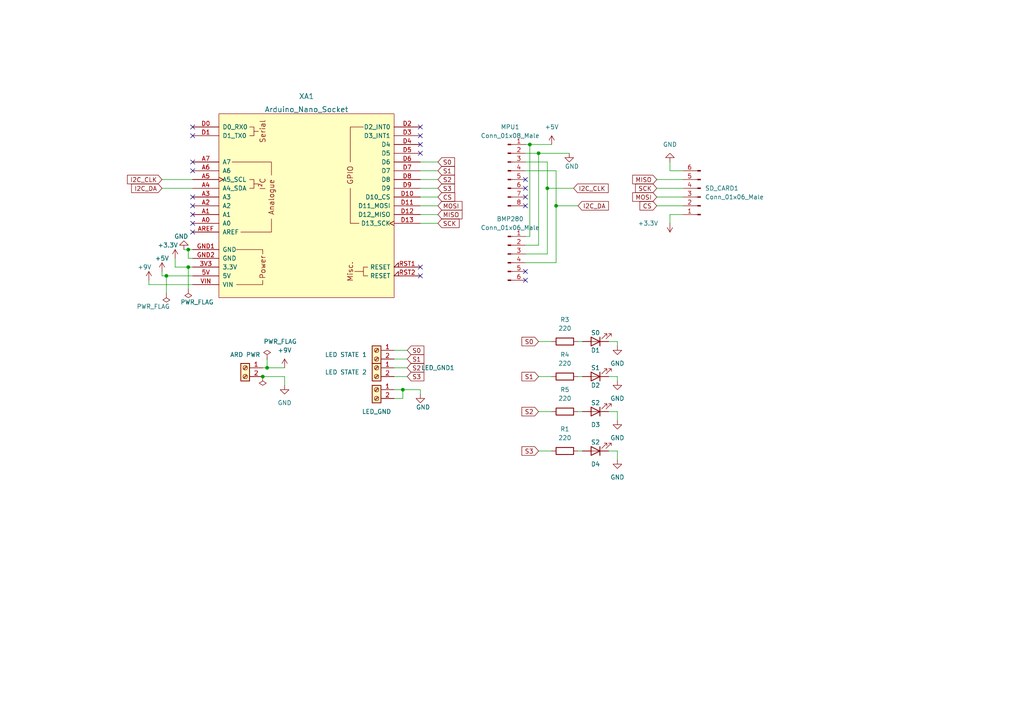
<source format=kicad_sch>
(kicad_sch (version 20211123) (generator eeschema)

  (uuid dc8b2018-ca0d-4cf1-b6a0-c18aa0b7ba69)

  (paper "A4")

  (title_block
    (title "Urutau Avionics")
    (company "CCTE")
    (comment 1 "Design by FAQC")
  )

  (lib_symbols
    (symbol "Connector:Conn_01x06_Male" (pin_names (offset 1.016) hide) (in_bom yes) (on_board yes)
      (property "Reference" "J" (id 0) (at 0 7.62 0)
        (effects (font (size 1.27 1.27)))
      )
      (property "Value" "Conn_01x06_Male" (id 1) (at 0 -10.16 0)
        (effects (font (size 1.27 1.27)))
      )
      (property "Footprint" "" (id 2) (at 0 0 0)
        (effects (font (size 1.27 1.27)) hide)
      )
      (property "Datasheet" "~" (id 3) (at 0 0 0)
        (effects (font (size 1.27 1.27)) hide)
      )
      (property "ki_keywords" "connector" (id 4) (at 0 0 0)
        (effects (font (size 1.27 1.27)) hide)
      )
      (property "ki_description" "Generic connector, single row, 01x06, script generated (kicad-library-utils/schlib/autogen/connector/)" (id 5) (at 0 0 0)
        (effects (font (size 1.27 1.27)) hide)
      )
      (property "ki_fp_filters" "Connector*:*_1x??_*" (id 6) (at 0 0 0)
        (effects (font (size 1.27 1.27)) hide)
      )
      (symbol "Conn_01x06_Male_1_1"
        (polyline
          (pts
            (xy 1.27 -7.62)
            (xy 0.8636 -7.62)
          )
          (stroke (width 0.1524) (type default) (color 0 0 0 0))
          (fill (type none))
        )
        (polyline
          (pts
            (xy 1.27 -5.08)
            (xy 0.8636 -5.08)
          )
          (stroke (width 0.1524) (type default) (color 0 0 0 0))
          (fill (type none))
        )
        (polyline
          (pts
            (xy 1.27 -2.54)
            (xy 0.8636 -2.54)
          )
          (stroke (width 0.1524) (type default) (color 0 0 0 0))
          (fill (type none))
        )
        (polyline
          (pts
            (xy 1.27 0)
            (xy 0.8636 0)
          )
          (stroke (width 0.1524) (type default) (color 0 0 0 0))
          (fill (type none))
        )
        (polyline
          (pts
            (xy 1.27 2.54)
            (xy 0.8636 2.54)
          )
          (stroke (width 0.1524) (type default) (color 0 0 0 0))
          (fill (type none))
        )
        (polyline
          (pts
            (xy 1.27 5.08)
            (xy 0.8636 5.08)
          )
          (stroke (width 0.1524) (type default) (color 0 0 0 0))
          (fill (type none))
        )
        (rectangle (start 0.8636 -7.493) (end 0 -7.747)
          (stroke (width 0.1524) (type default) (color 0 0 0 0))
          (fill (type outline))
        )
        (rectangle (start 0.8636 -4.953) (end 0 -5.207)
          (stroke (width 0.1524) (type default) (color 0 0 0 0))
          (fill (type outline))
        )
        (rectangle (start 0.8636 -2.413) (end 0 -2.667)
          (stroke (width 0.1524) (type default) (color 0 0 0 0))
          (fill (type outline))
        )
        (rectangle (start 0.8636 0.127) (end 0 -0.127)
          (stroke (width 0.1524) (type default) (color 0 0 0 0))
          (fill (type outline))
        )
        (rectangle (start 0.8636 2.667) (end 0 2.413)
          (stroke (width 0.1524) (type default) (color 0 0 0 0))
          (fill (type outline))
        )
        (rectangle (start 0.8636 5.207) (end 0 4.953)
          (stroke (width 0.1524) (type default) (color 0 0 0 0))
          (fill (type outline))
        )
        (pin passive line (at 5.08 5.08 180) (length 3.81)
          (name "Pin_1" (effects (font (size 1.27 1.27))))
          (number "1" (effects (font (size 1.27 1.27))))
        )
        (pin passive line (at 5.08 2.54 180) (length 3.81)
          (name "Pin_2" (effects (font (size 1.27 1.27))))
          (number "2" (effects (font (size 1.27 1.27))))
        )
        (pin passive line (at 5.08 0 180) (length 3.81)
          (name "Pin_3" (effects (font (size 1.27 1.27))))
          (number "3" (effects (font (size 1.27 1.27))))
        )
        (pin passive line (at 5.08 -2.54 180) (length 3.81)
          (name "Pin_4" (effects (font (size 1.27 1.27))))
          (number "4" (effects (font (size 1.27 1.27))))
        )
        (pin passive line (at 5.08 -5.08 180) (length 3.81)
          (name "Pin_5" (effects (font (size 1.27 1.27))))
          (number "5" (effects (font (size 1.27 1.27))))
        )
        (pin passive line (at 5.08 -7.62 180) (length 3.81)
          (name "Pin_6" (effects (font (size 1.27 1.27))))
          (number "6" (effects (font (size 1.27 1.27))))
        )
      )
    )
    (symbol "Connector:Conn_01x08_Male" (pin_names (offset 1.016) hide) (in_bom yes) (on_board yes)
      (property "Reference" "J" (id 0) (at 0 10.16 0)
        (effects (font (size 1.27 1.27)))
      )
      (property "Value" "Conn_01x08_Male" (id 1) (at 0 -12.7 0)
        (effects (font (size 1.27 1.27)))
      )
      (property "Footprint" "" (id 2) (at 0 0 0)
        (effects (font (size 1.27 1.27)) hide)
      )
      (property "Datasheet" "~" (id 3) (at 0 0 0)
        (effects (font (size 1.27 1.27)) hide)
      )
      (property "ki_keywords" "connector" (id 4) (at 0 0 0)
        (effects (font (size 1.27 1.27)) hide)
      )
      (property "ki_description" "Generic connector, single row, 01x08, script generated (kicad-library-utils/schlib/autogen/connector/)" (id 5) (at 0 0 0)
        (effects (font (size 1.27 1.27)) hide)
      )
      (property "ki_fp_filters" "Connector*:*_1x??_*" (id 6) (at 0 0 0)
        (effects (font (size 1.27 1.27)) hide)
      )
      (symbol "Conn_01x08_Male_1_1"
        (polyline
          (pts
            (xy 1.27 -10.16)
            (xy 0.8636 -10.16)
          )
          (stroke (width 0.1524) (type default) (color 0 0 0 0))
          (fill (type none))
        )
        (polyline
          (pts
            (xy 1.27 -7.62)
            (xy 0.8636 -7.62)
          )
          (stroke (width 0.1524) (type default) (color 0 0 0 0))
          (fill (type none))
        )
        (polyline
          (pts
            (xy 1.27 -5.08)
            (xy 0.8636 -5.08)
          )
          (stroke (width 0.1524) (type default) (color 0 0 0 0))
          (fill (type none))
        )
        (polyline
          (pts
            (xy 1.27 -2.54)
            (xy 0.8636 -2.54)
          )
          (stroke (width 0.1524) (type default) (color 0 0 0 0))
          (fill (type none))
        )
        (polyline
          (pts
            (xy 1.27 0)
            (xy 0.8636 0)
          )
          (stroke (width 0.1524) (type default) (color 0 0 0 0))
          (fill (type none))
        )
        (polyline
          (pts
            (xy 1.27 2.54)
            (xy 0.8636 2.54)
          )
          (stroke (width 0.1524) (type default) (color 0 0 0 0))
          (fill (type none))
        )
        (polyline
          (pts
            (xy 1.27 5.08)
            (xy 0.8636 5.08)
          )
          (stroke (width 0.1524) (type default) (color 0 0 0 0))
          (fill (type none))
        )
        (polyline
          (pts
            (xy 1.27 7.62)
            (xy 0.8636 7.62)
          )
          (stroke (width 0.1524) (type default) (color 0 0 0 0))
          (fill (type none))
        )
        (rectangle (start 0.8636 -10.033) (end 0 -10.287)
          (stroke (width 0.1524) (type default) (color 0 0 0 0))
          (fill (type outline))
        )
        (rectangle (start 0.8636 -7.493) (end 0 -7.747)
          (stroke (width 0.1524) (type default) (color 0 0 0 0))
          (fill (type outline))
        )
        (rectangle (start 0.8636 -4.953) (end 0 -5.207)
          (stroke (width 0.1524) (type default) (color 0 0 0 0))
          (fill (type outline))
        )
        (rectangle (start 0.8636 -2.413) (end 0 -2.667)
          (stroke (width 0.1524) (type default) (color 0 0 0 0))
          (fill (type outline))
        )
        (rectangle (start 0.8636 0.127) (end 0 -0.127)
          (stroke (width 0.1524) (type default) (color 0 0 0 0))
          (fill (type outline))
        )
        (rectangle (start 0.8636 2.667) (end 0 2.413)
          (stroke (width 0.1524) (type default) (color 0 0 0 0))
          (fill (type outline))
        )
        (rectangle (start 0.8636 5.207) (end 0 4.953)
          (stroke (width 0.1524) (type default) (color 0 0 0 0))
          (fill (type outline))
        )
        (rectangle (start 0.8636 7.747) (end 0 7.493)
          (stroke (width 0.1524) (type default) (color 0 0 0 0))
          (fill (type outline))
        )
        (pin passive line (at 5.08 7.62 180) (length 3.81)
          (name "Pin_1" (effects (font (size 1.27 1.27))))
          (number "1" (effects (font (size 1.27 1.27))))
        )
        (pin passive line (at 5.08 5.08 180) (length 3.81)
          (name "Pin_2" (effects (font (size 1.27 1.27))))
          (number "2" (effects (font (size 1.27 1.27))))
        )
        (pin passive line (at 5.08 2.54 180) (length 3.81)
          (name "Pin_3" (effects (font (size 1.27 1.27))))
          (number "3" (effects (font (size 1.27 1.27))))
        )
        (pin passive line (at 5.08 0 180) (length 3.81)
          (name "Pin_4" (effects (font (size 1.27 1.27))))
          (number "4" (effects (font (size 1.27 1.27))))
        )
        (pin passive line (at 5.08 -2.54 180) (length 3.81)
          (name "Pin_5" (effects (font (size 1.27 1.27))))
          (number "5" (effects (font (size 1.27 1.27))))
        )
        (pin passive line (at 5.08 -5.08 180) (length 3.81)
          (name "Pin_6" (effects (font (size 1.27 1.27))))
          (number "6" (effects (font (size 1.27 1.27))))
        )
        (pin passive line (at 5.08 -7.62 180) (length 3.81)
          (name "Pin_7" (effects (font (size 1.27 1.27))))
          (number "7" (effects (font (size 1.27 1.27))))
        )
        (pin passive line (at 5.08 -10.16 180) (length 3.81)
          (name "Pin_8" (effects (font (size 1.27 1.27))))
          (number "8" (effects (font (size 1.27 1.27))))
        )
      )
    )
    (symbol "Connector:Screw_Terminal_01x02" (pin_names (offset 1.016) hide) (in_bom yes) (on_board yes)
      (property "Reference" "J" (id 0) (at 0 2.54 0)
        (effects (font (size 1.27 1.27)))
      )
      (property "Value" "Screw_Terminal_01x02" (id 1) (at 0 -5.08 0)
        (effects (font (size 1.27 1.27)))
      )
      (property "Footprint" "" (id 2) (at 0 0 0)
        (effects (font (size 1.27 1.27)) hide)
      )
      (property "Datasheet" "~" (id 3) (at 0 0 0)
        (effects (font (size 1.27 1.27)) hide)
      )
      (property "ki_keywords" "screw terminal" (id 4) (at 0 0 0)
        (effects (font (size 1.27 1.27)) hide)
      )
      (property "ki_description" "Generic screw terminal, single row, 01x02, script generated (kicad-library-utils/schlib/autogen/connector/)" (id 5) (at 0 0 0)
        (effects (font (size 1.27 1.27)) hide)
      )
      (property "ki_fp_filters" "TerminalBlock*:*" (id 6) (at 0 0 0)
        (effects (font (size 1.27 1.27)) hide)
      )
      (symbol "Screw_Terminal_01x02_1_1"
        (rectangle (start -1.27 1.27) (end 1.27 -3.81)
          (stroke (width 0.254) (type default) (color 0 0 0 0))
          (fill (type background))
        )
        (circle (center 0 -2.54) (radius 0.635)
          (stroke (width 0.1524) (type default) (color 0 0 0 0))
          (fill (type none))
        )
        (polyline
          (pts
            (xy -0.5334 -2.2098)
            (xy 0.3302 -3.048)
          )
          (stroke (width 0.1524) (type default) (color 0 0 0 0))
          (fill (type none))
        )
        (polyline
          (pts
            (xy -0.5334 0.3302)
            (xy 0.3302 -0.508)
          )
          (stroke (width 0.1524) (type default) (color 0 0 0 0))
          (fill (type none))
        )
        (polyline
          (pts
            (xy -0.3556 -2.032)
            (xy 0.508 -2.8702)
          )
          (stroke (width 0.1524) (type default) (color 0 0 0 0))
          (fill (type none))
        )
        (polyline
          (pts
            (xy -0.3556 0.508)
            (xy 0.508 -0.3302)
          )
          (stroke (width 0.1524) (type default) (color 0 0 0 0))
          (fill (type none))
        )
        (circle (center 0 0) (radius 0.635)
          (stroke (width 0.1524) (type default) (color 0 0 0 0))
          (fill (type none))
        )
        (pin passive line (at -5.08 0 0) (length 3.81)
          (name "Pin_1" (effects (font (size 1.27 1.27))))
          (number "1" (effects (font (size 1.27 1.27))))
        )
        (pin passive line (at -5.08 -2.54 0) (length 3.81)
          (name "Pin_2" (effects (font (size 1.27 1.27))))
          (number "2" (effects (font (size 1.27 1.27))))
        )
      )
    )
    (symbol "Device:LED" (pin_numbers hide) (pin_names (offset 1.016) hide) (in_bom yes) (on_board yes)
      (property "Reference" "D" (id 0) (at 0 2.54 0)
        (effects (font (size 1.27 1.27)))
      )
      (property "Value" "LED" (id 1) (at 0 -2.54 0)
        (effects (font (size 1.27 1.27)))
      )
      (property "Footprint" "" (id 2) (at 0 0 0)
        (effects (font (size 1.27 1.27)) hide)
      )
      (property "Datasheet" "~" (id 3) (at 0 0 0)
        (effects (font (size 1.27 1.27)) hide)
      )
      (property "ki_keywords" "LED diode" (id 4) (at 0 0 0)
        (effects (font (size 1.27 1.27)) hide)
      )
      (property "ki_description" "Light emitting diode" (id 5) (at 0 0 0)
        (effects (font (size 1.27 1.27)) hide)
      )
      (property "ki_fp_filters" "LED* LED_SMD:* LED_THT:*" (id 6) (at 0 0 0)
        (effects (font (size 1.27 1.27)) hide)
      )
      (symbol "LED_0_1"
        (polyline
          (pts
            (xy -1.27 -1.27)
            (xy -1.27 1.27)
          )
          (stroke (width 0.254) (type default) (color 0 0 0 0))
          (fill (type none))
        )
        (polyline
          (pts
            (xy -1.27 0)
            (xy 1.27 0)
          )
          (stroke (width 0) (type default) (color 0 0 0 0))
          (fill (type none))
        )
        (polyline
          (pts
            (xy 1.27 -1.27)
            (xy 1.27 1.27)
            (xy -1.27 0)
            (xy 1.27 -1.27)
          )
          (stroke (width 0.254) (type default) (color 0 0 0 0))
          (fill (type none))
        )
        (polyline
          (pts
            (xy -3.048 -0.762)
            (xy -4.572 -2.286)
            (xy -3.81 -2.286)
            (xy -4.572 -2.286)
            (xy -4.572 -1.524)
          )
          (stroke (width 0) (type default) (color 0 0 0 0))
          (fill (type none))
        )
        (polyline
          (pts
            (xy -1.778 -0.762)
            (xy -3.302 -2.286)
            (xy -2.54 -2.286)
            (xy -3.302 -2.286)
            (xy -3.302 -1.524)
          )
          (stroke (width 0) (type default) (color 0 0 0 0))
          (fill (type none))
        )
      )
      (symbol "LED_1_1"
        (pin passive line (at -3.81 0 0) (length 2.54)
          (name "K" (effects (font (size 1.27 1.27))))
          (number "1" (effects (font (size 1.27 1.27))))
        )
        (pin passive line (at 3.81 0 180) (length 2.54)
          (name "A" (effects (font (size 1.27 1.27))))
          (number "2" (effects (font (size 1.27 1.27))))
        )
      )
    )
    (symbol "Device:R" (pin_numbers hide) (pin_names (offset 0)) (in_bom yes) (on_board yes)
      (property "Reference" "R" (id 0) (at 2.032 0 90)
        (effects (font (size 1.27 1.27)))
      )
      (property "Value" "R" (id 1) (at 0 0 90)
        (effects (font (size 1.27 1.27)))
      )
      (property "Footprint" "" (id 2) (at -1.778 0 90)
        (effects (font (size 1.27 1.27)) hide)
      )
      (property "Datasheet" "~" (id 3) (at 0 0 0)
        (effects (font (size 1.27 1.27)) hide)
      )
      (property "ki_keywords" "R res resistor" (id 4) (at 0 0 0)
        (effects (font (size 1.27 1.27)) hide)
      )
      (property "ki_description" "Resistor" (id 5) (at 0 0 0)
        (effects (font (size 1.27 1.27)) hide)
      )
      (property "ki_fp_filters" "R_*" (id 6) (at 0 0 0)
        (effects (font (size 1.27 1.27)) hide)
      )
      (symbol "R_0_1"
        (rectangle (start -1.016 -2.54) (end 1.016 2.54)
          (stroke (width 0.254) (type default) (color 0 0 0 0))
          (fill (type none))
        )
      )
      (symbol "R_1_1"
        (pin passive line (at 0 3.81 270) (length 1.27)
          (name "~" (effects (font (size 1.27 1.27))))
          (number "1" (effects (font (size 1.27 1.27))))
        )
        (pin passive line (at 0 -3.81 90) (length 1.27)
          (name "~" (effects (font (size 1.27 1.27))))
          (number "2" (effects (font (size 1.27 1.27))))
        )
      )
    )
    (symbol "arduino:Arduino_Nano_Socket" (pin_names (offset 1.016)) (in_bom yes) (on_board yes)
      (property "Reference" "XA" (id 0) (at 2.54 0 90)
        (effects (font (size 1.524 1.524)))
      )
      (property "Value" "Arduino_Nano_Socket" (id 1) (at -2.54 0 90)
        (effects (font (size 1.524 1.524)))
      )
      (property "Footprint" "" (id 2) (at 45.72 95.25 0)
        (effects (font (size 1.524 1.524)) hide)
      )
      (property "Datasheet" "https://store.arduino.cc/arduino-nano" (id 3) (at 45.72 95.25 0)
        (effects (font (size 1.524 1.524)) hide)
      )
      (property "ki_keywords" "Arduino MPU Shield" (id 4) (at 0 0 0)
        (effects (font (size 1.27 1.27)) hide)
      )
      (property "ki_description" "Socket for Arduino Nano" (id 5) (at 0 0 0)
        (effects (font (size 1.27 1.27)) hide)
      )
      (property "ki_fp_filters" "Arduino_Nano_Socket" (id 6) (at 0 0 0)
        (effects (font (size 1.27 1.27)) hide)
      )
      (symbol "Arduino_Nano_Socket_0_0"
        (rectangle (start -25.4 26.67) (end 25.4 -26.67)
          (stroke (width 0) (type default) (color 0 0 0 0))
          (fill (type background))
        )
        (polyline
          (pts
            (xy -15.24 6.35)
            (xy -13.97 6.35)
          )
          (stroke (width 0) (type default) (color 0 0 0 0))
          (fill (type none))
        )
        (polyline
          (pts
            (xy -15.24 21.59)
            (xy -13.97 21.59)
          )
          (stroke (width 0) (type default) (color 0 0 0 0))
          (fill (type none))
        )
        (polyline
          (pts
            (xy 16.51 -19.05)
            (xy 13.97 -19.05)
          )
          (stroke (width 0) (type default) (color 0 0 0 0))
          (fill (type none))
        )
        (polyline
          (pts
            (xy -20.32 -22.86)
            (xy -12.7 -22.86)
            (xy -12.7 -21.59)
          )
          (stroke (width 0) (type default) (color 0 0 0 0))
          (fill (type none))
        )
        (polyline
          (pts
            (xy -12.7 -13.97)
            (xy -12.7 -12.7)
            (xy -20.32 -12.7)
          )
          (stroke (width 0) (type default) (color 0 0 0 0))
          (fill (type none))
        )
        (polyline
          (pts
            (xy -16.51 7.62)
            (xy -15.24 7.62)
            (xy -15.24 5.08)
            (xy -16.51 5.08)
          )
          (stroke (width 0) (type default) (color 0 0 0 0))
          (fill (type none))
        )
        (polyline
          (pts
            (xy -16.51 22.86)
            (xy -15.24 22.86)
            (xy -15.24 20.32)
            (xy -16.51 20.32)
          )
          (stroke (width 0) (type default) (color 0 0 0 0))
          (fill (type none))
        )
        (text "Analogue" (at -10.16 2.54 900)
          (effects (font (size 1.524 1.524)))
        )
        (text "I²C" (at -12.7 6.35 900)
          (effects (font (size 1.524 1.524)))
        )
        (text "Misc." (at 12.7 -19.05 900)
          (effects (font (size 1.524 1.524)))
        )
        (text "Power" (at -12.7 -17.78 900)
          (effects (font (size 1.524 1.524)))
        )
        (text "Serial" (at -12.7 21.59 900)
          (effects (font (size 1.524 1.524)))
        )
      )
      (symbol "Arduino_Nano_Socket_0_1"
        (polyline
          (pts
            (xy -21.59 12.7)
            (xy -10.16 12.7)
            (xy -10.16 8.89)
          )
          (stroke (width 0) (type default) (color 0 0 0 0))
          (fill (type none))
        )
        (polyline
          (pts
            (xy -19.05 -7.62)
            (xy -10.16 -7.62)
            (xy -10.16 -3.81)
          )
          (stroke (width 0) (type default) (color 0 0 0 0))
          (fill (type none))
        )
        (polyline
          (pts
            (xy 15.24 -5.08)
            (xy 12.7 -5.08)
            (xy 12.7 5.08)
          )
          (stroke (width 0) (type default) (color 0 0 0 0))
          (fill (type none))
        )
        (polyline
          (pts
            (xy 16.51 22.86)
            (xy 12.7 22.86)
            (xy 12.7 12.7)
          )
          (stroke (width 0) (type default) (color 0 0 0 0))
          (fill (type none))
        )
        (polyline
          (pts
            (xy 17.78 -17.78)
            (xy 16.51 -17.78)
            (xy 16.51 -20.32)
            (xy 17.78 -20.32)
          )
          (stroke (width 0) (type default) (color 0 0 0 0))
          (fill (type none))
        )
      )
      (symbol "Arduino_Nano_Socket_1_0"
        (text "GPIO" (at 12.7 8.89 900)
          (effects (font (size 1.524 1.524)))
        )
      )
      (symbol "Arduino_Nano_Socket_1_1"
        (pin power_in line (at -33.02 -17.78 0) (length 7.62)
          (name "3.3V" (effects (font (size 1.27 1.27))))
          (number "3V3" (effects (font (size 1.27 1.27))))
        )
        (pin power_in line (at -33.02 -20.32 0) (length 7.62)
          (name "5V" (effects (font (size 1.27 1.27))))
          (number "5V" (effects (font (size 1.27 1.27))))
        )
        (pin bidirectional line (at -33.02 -5.08 0) (length 7.62)
          (name "A0" (effects (font (size 1.27 1.27))))
          (number "A0" (effects (font (size 1.27 1.27))))
        )
        (pin bidirectional line (at -33.02 -2.54 0) (length 7.62)
          (name "A1" (effects (font (size 1.27 1.27))))
          (number "A1" (effects (font (size 1.27 1.27))))
        )
        (pin bidirectional line (at -33.02 0 0) (length 7.62)
          (name "A2" (effects (font (size 1.27 1.27))))
          (number "A2" (effects (font (size 1.27 1.27))))
        )
        (pin bidirectional line (at -33.02 2.54 0) (length 7.62)
          (name "A3" (effects (font (size 1.27 1.27))))
          (number "A3" (effects (font (size 1.27 1.27))))
        )
        (pin bidirectional line (at -33.02 5.08 0) (length 7.62)
          (name "A4_SDA" (effects (font (size 1.27 1.27))))
          (number "A4" (effects (font (size 1.27 1.27))))
        )
        (pin bidirectional clock (at -33.02 7.62 0) (length 7.62)
          (name "A5_SCL" (effects (font (size 1.27 1.27))))
          (number "A5" (effects (font (size 1.27 1.27))))
        )
        (pin input line (at -33.02 10.16 0) (length 7.62)
          (name "A6" (effects (font (size 1.27 1.27))))
          (number "A6" (effects (font (size 1.27 1.27))))
        )
        (pin input line (at -33.02 12.7 0) (length 7.62)
          (name "A7" (effects (font (size 1.27 1.27))))
          (number "A7" (effects (font (size 1.27 1.27))))
        )
        (pin input line (at -33.02 -7.62 0) (length 7.62)
          (name "AREF" (effects (font (size 1.27 1.27))))
          (number "AREF" (effects (font (size 1.27 1.27))))
        )
        (pin bidirectional line (at -33.02 22.86 0) (length 7.62)
          (name "D0_RX0" (effects (font (size 1.27 1.27))))
          (number "D0" (effects (font (size 1.27 1.27))))
        )
        (pin bidirectional line (at -33.02 20.32 0) (length 7.62)
          (name "D1_TX0" (effects (font (size 1.27 1.27))))
          (number "D1" (effects (font (size 1.27 1.27))))
        )
        (pin bidirectional line (at 33.02 2.54 180) (length 7.62)
          (name "D10_CS" (effects (font (size 1.27 1.27))))
          (number "D10" (effects (font (size 1.27 1.27))))
        )
        (pin bidirectional line (at 33.02 0 180) (length 7.62)
          (name "D11_MOSI" (effects (font (size 1.27 1.27))))
          (number "D11" (effects (font (size 1.27 1.27))))
        )
        (pin bidirectional line (at 33.02 -2.54 180) (length 7.62)
          (name "D12_MISO" (effects (font (size 1.27 1.27))))
          (number "D12" (effects (font (size 1.27 1.27))))
        )
        (pin bidirectional clock (at 33.02 -5.08 180) (length 7.62)
          (name "D13_SCK" (effects (font (size 1.27 1.27))))
          (number "D13" (effects (font (size 1.27 1.27))))
        )
        (pin bidirectional line (at 33.02 22.86 180) (length 7.62)
          (name "D2_INT0" (effects (font (size 1.27 1.27))))
          (number "D2" (effects (font (size 1.27 1.27))))
        )
        (pin bidirectional line (at 33.02 20.32 180) (length 7.62)
          (name "D3_INT1" (effects (font (size 1.27 1.27))))
          (number "D3" (effects (font (size 1.27 1.27))))
        )
        (pin bidirectional line (at 33.02 17.78 180) (length 7.62)
          (name "D4" (effects (font (size 1.27 1.27))))
          (number "D4" (effects (font (size 1.27 1.27))))
        )
        (pin bidirectional line (at 33.02 15.24 180) (length 7.62)
          (name "D5" (effects (font (size 1.27 1.27))))
          (number "D5" (effects (font (size 1.27 1.27))))
        )
        (pin bidirectional line (at 33.02 12.7 180) (length 7.62)
          (name "D6" (effects (font (size 1.27 1.27))))
          (number "D6" (effects (font (size 1.27 1.27))))
        )
        (pin bidirectional line (at 33.02 10.16 180) (length 7.62)
          (name "D7" (effects (font (size 1.27 1.27))))
          (number "D7" (effects (font (size 1.27 1.27))))
        )
        (pin bidirectional line (at 33.02 7.62 180) (length 7.62)
          (name "D8" (effects (font (size 1.27 1.27))))
          (number "D8" (effects (font (size 1.27 1.27))))
        )
        (pin bidirectional line (at 33.02 5.08 180) (length 7.62)
          (name "D9" (effects (font (size 1.27 1.27))))
          (number "D9" (effects (font (size 1.27 1.27))))
        )
        (pin power_in line (at -33.02 -12.7 0) (length 7.62)
          (name "GND" (effects (font (size 1.27 1.27))))
          (number "GND1" (effects (font (size 1.27 1.27))))
        )
        (pin power_in line (at -33.02 -15.24 0) (length 7.62)
          (name "GND" (effects (font (size 1.27 1.27))))
          (number "GND2" (effects (font (size 1.27 1.27))))
        )
        (pin open_collector input_low (at 33.02 -17.78 180) (length 7.62)
          (name "RESET" (effects (font (size 1.27 1.27))))
          (number "RST1" (effects (font (size 1.27 1.27))))
        )
        (pin open_collector input_low (at 33.02 -20.32 180) (length 7.62)
          (name "RESET" (effects (font (size 1.27 1.27))))
          (number "RST2" (effects (font (size 1.27 1.27))))
        )
        (pin power_in line (at -33.02 -22.86 0) (length 7.62)
          (name "VIN" (effects (font (size 1.27 1.27))))
          (number "VIN" (effects (font (size 1.27 1.27))))
        )
      )
    )
    (symbol "power:+3.3V" (power) (pin_names (offset 0)) (in_bom yes) (on_board yes)
      (property "Reference" "#PWR" (id 0) (at 0 -3.81 0)
        (effects (font (size 1.27 1.27)) hide)
      )
      (property "Value" "+3.3V" (id 1) (at 0 3.556 0)
        (effects (font (size 1.27 1.27)))
      )
      (property "Footprint" "" (id 2) (at 0 0 0)
        (effects (font (size 1.27 1.27)) hide)
      )
      (property "Datasheet" "" (id 3) (at 0 0 0)
        (effects (font (size 1.27 1.27)) hide)
      )
      (property "ki_keywords" "power-flag" (id 4) (at 0 0 0)
        (effects (font (size 1.27 1.27)) hide)
      )
      (property "ki_description" "Power symbol creates a global label with name \"+3.3V\"" (id 5) (at 0 0 0)
        (effects (font (size 1.27 1.27)) hide)
      )
      (symbol "+3.3V_0_1"
        (polyline
          (pts
            (xy -0.762 1.27)
            (xy 0 2.54)
          )
          (stroke (width 0) (type default) (color 0 0 0 0))
          (fill (type none))
        )
        (polyline
          (pts
            (xy 0 0)
            (xy 0 2.54)
          )
          (stroke (width 0) (type default) (color 0 0 0 0))
          (fill (type none))
        )
        (polyline
          (pts
            (xy 0 2.54)
            (xy 0.762 1.27)
          )
          (stroke (width 0) (type default) (color 0 0 0 0))
          (fill (type none))
        )
      )
      (symbol "+3.3V_1_1"
        (pin power_in line (at 0 0 90) (length 0) hide
          (name "+3.3V" (effects (font (size 1.27 1.27))))
          (number "1" (effects (font (size 1.27 1.27))))
        )
      )
    )
    (symbol "power:+5V" (power) (pin_names (offset 0)) (in_bom yes) (on_board yes)
      (property "Reference" "#PWR" (id 0) (at 0 -3.81 0)
        (effects (font (size 1.27 1.27)) hide)
      )
      (property "Value" "+5V" (id 1) (at 0 3.556 0)
        (effects (font (size 1.27 1.27)))
      )
      (property "Footprint" "" (id 2) (at 0 0 0)
        (effects (font (size 1.27 1.27)) hide)
      )
      (property "Datasheet" "" (id 3) (at 0 0 0)
        (effects (font (size 1.27 1.27)) hide)
      )
      (property "ki_keywords" "power-flag" (id 4) (at 0 0 0)
        (effects (font (size 1.27 1.27)) hide)
      )
      (property "ki_description" "Power symbol creates a global label with name \"+5V\"" (id 5) (at 0 0 0)
        (effects (font (size 1.27 1.27)) hide)
      )
      (symbol "+5V_0_1"
        (polyline
          (pts
            (xy -0.762 1.27)
            (xy 0 2.54)
          )
          (stroke (width 0) (type default) (color 0 0 0 0))
          (fill (type none))
        )
        (polyline
          (pts
            (xy 0 0)
            (xy 0 2.54)
          )
          (stroke (width 0) (type default) (color 0 0 0 0))
          (fill (type none))
        )
        (polyline
          (pts
            (xy 0 2.54)
            (xy 0.762 1.27)
          )
          (stroke (width 0) (type default) (color 0 0 0 0))
          (fill (type none))
        )
      )
      (symbol "+5V_1_1"
        (pin power_in line (at 0 0 90) (length 0) hide
          (name "+5V" (effects (font (size 1.27 1.27))))
          (number "1" (effects (font (size 1.27 1.27))))
        )
      )
    )
    (symbol "power:+9V" (power) (pin_names (offset 0)) (in_bom yes) (on_board yes)
      (property "Reference" "#PWR" (id 0) (at 0 -3.81 0)
        (effects (font (size 1.27 1.27)) hide)
      )
      (property "Value" "+9V" (id 1) (at 0 3.556 0)
        (effects (font (size 1.27 1.27)))
      )
      (property "Footprint" "" (id 2) (at 0 0 0)
        (effects (font (size 1.27 1.27)) hide)
      )
      (property "Datasheet" "" (id 3) (at 0 0 0)
        (effects (font (size 1.27 1.27)) hide)
      )
      (property "ki_keywords" "power-flag" (id 4) (at 0 0 0)
        (effects (font (size 1.27 1.27)) hide)
      )
      (property "ki_description" "Power symbol creates a global label with name \"+9V\"" (id 5) (at 0 0 0)
        (effects (font (size 1.27 1.27)) hide)
      )
      (symbol "+9V_0_1"
        (polyline
          (pts
            (xy -0.762 1.27)
            (xy 0 2.54)
          )
          (stroke (width 0) (type default) (color 0 0 0 0))
          (fill (type none))
        )
        (polyline
          (pts
            (xy 0 0)
            (xy 0 2.54)
          )
          (stroke (width 0) (type default) (color 0 0 0 0))
          (fill (type none))
        )
        (polyline
          (pts
            (xy 0 2.54)
            (xy 0.762 1.27)
          )
          (stroke (width 0) (type default) (color 0 0 0 0))
          (fill (type none))
        )
      )
      (symbol "+9V_1_1"
        (pin power_in line (at 0 0 90) (length 0) hide
          (name "+9V" (effects (font (size 1.27 1.27))))
          (number "1" (effects (font (size 1.27 1.27))))
        )
      )
    )
    (symbol "power:GND" (power) (pin_names (offset 0)) (in_bom yes) (on_board yes)
      (property "Reference" "#PWR" (id 0) (at 0 -6.35 0)
        (effects (font (size 1.27 1.27)) hide)
      )
      (property "Value" "GND" (id 1) (at 0 -3.81 0)
        (effects (font (size 1.27 1.27)))
      )
      (property "Footprint" "" (id 2) (at 0 0 0)
        (effects (font (size 1.27 1.27)) hide)
      )
      (property "Datasheet" "" (id 3) (at 0 0 0)
        (effects (font (size 1.27 1.27)) hide)
      )
      (property "ki_keywords" "power-flag" (id 4) (at 0 0 0)
        (effects (font (size 1.27 1.27)) hide)
      )
      (property "ki_description" "Power symbol creates a global label with name \"GND\" , ground" (id 5) (at 0 0 0)
        (effects (font (size 1.27 1.27)) hide)
      )
      (symbol "GND_0_1"
        (polyline
          (pts
            (xy 0 0)
            (xy 0 -1.27)
            (xy 1.27 -1.27)
            (xy 0 -2.54)
            (xy -1.27 -1.27)
            (xy 0 -1.27)
          )
          (stroke (width 0) (type default) (color 0 0 0 0))
          (fill (type none))
        )
      )
      (symbol "GND_1_1"
        (pin power_in line (at 0 0 270) (length 0) hide
          (name "GND" (effects (font (size 1.27 1.27))))
          (number "1" (effects (font (size 1.27 1.27))))
        )
      )
    )
    (symbol "power:PWR_FLAG" (power) (pin_numbers hide) (pin_names (offset 0) hide) (in_bom yes) (on_board yes)
      (property "Reference" "#FLG" (id 0) (at 0 1.905 0)
        (effects (font (size 1.27 1.27)) hide)
      )
      (property "Value" "PWR_FLAG" (id 1) (at 0 3.81 0)
        (effects (font (size 1.27 1.27)))
      )
      (property "Footprint" "" (id 2) (at 0 0 0)
        (effects (font (size 1.27 1.27)) hide)
      )
      (property "Datasheet" "~" (id 3) (at 0 0 0)
        (effects (font (size 1.27 1.27)) hide)
      )
      (property "ki_keywords" "power-flag" (id 4) (at 0 0 0)
        (effects (font (size 1.27 1.27)) hide)
      )
      (property "ki_description" "Special symbol for telling ERC where power comes from" (id 5) (at 0 0 0)
        (effects (font (size 1.27 1.27)) hide)
      )
      (symbol "PWR_FLAG_0_0"
        (pin power_out line (at 0 0 90) (length 0)
          (name "pwr" (effects (font (size 1.27 1.27))))
          (number "1" (effects (font (size 1.27 1.27))))
        )
      )
      (symbol "PWR_FLAG_0_1"
        (polyline
          (pts
            (xy 0 0)
            (xy 0 1.27)
            (xy -1.016 1.905)
            (xy 0 2.54)
            (xy 1.016 1.905)
            (xy 0 1.27)
          )
          (stroke (width 0) (type default) (color 0 0 0 0))
          (fill (type none))
        )
      )
    )
  )

  (junction (at 48.26 80.01) (diameter 0) (color 0 0 0 0)
    (uuid 082ccc64-922a-4d5e-bc6e-7e0ded109411)
  )
  (junction (at 54.61 77.47) (diameter 0) (color 0 0 0 0)
    (uuid 23dd6d02-ca01-4ac7-af60-4af701863145)
  )
  (junction (at 161.29 59.69) (diameter 0) (color 0 0 0 0)
    (uuid 5fc5e784-b0f1-49c8-a085-9e463fdd2733)
  )
  (junction (at 158.75 54.61) (diameter 0) (color 0 0 0 0)
    (uuid 7dee756c-e8ab-47b0-a09b-9c9f8c0c4d62)
  )
  (junction (at 76.2 109.22) (diameter 0) (color 0 0 0 0)
    (uuid 8477392a-d6b0-4505-841c-7aa4ee0455fe)
  )
  (junction (at 116.84 113.03) (diameter 0) (color 0 0 0 0)
    (uuid a0046b7e-1767-4710-b8b0-974feb12c39f)
  )
  (junction (at 153.67 41.91) (diameter 0) (color 0 0 0 0)
    (uuid b5b7cc5d-6442-42f0-9013-6af8f7d5bc3e)
  )
  (junction (at 77.47 106.68) (diameter 0) (color 0 0 0 0)
    (uuid cce1d6da-767b-4b2f-8e10-2703467315d8)
  )
  (junction (at 54.61 72.39) (diameter 0) (color 0 0 0 0)
    (uuid dd9b600b-6e95-4dcb-878c-ad082b24d43c)
  )
  (junction (at 156.21 44.45) (diameter 0) (color 0 0 0 0)
    (uuid f531a866-5b91-4858-8e97-a260a6dcda53)
  )

  (no_connect (at 121.92 36.83) (uuid 2f5af092-0390-4955-8fb2-5b926812f91d))
  (no_connect (at 55.88 36.83) (uuid 5533a169-7201-4d07-9e43-8c28bf2781cd))
  (no_connect (at 55.88 39.37) (uuid 5533a169-7201-4d07-9e43-8c28bf2781ce))
  (no_connect (at 55.88 46.99) (uuid 5533a169-7201-4d07-9e43-8c28bf2781cf))
  (no_connect (at 55.88 49.53) (uuid 5533a169-7201-4d07-9e43-8c28bf2781d0))
  (no_connect (at 55.88 57.15) (uuid 5533a169-7201-4d07-9e43-8c28bf2781d1))
  (no_connect (at 55.88 59.69) (uuid 5533a169-7201-4d07-9e43-8c28bf2781d2))
  (no_connect (at 55.88 62.23) (uuid 5533a169-7201-4d07-9e43-8c28bf2781d3))
  (no_connect (at 55.88 64.77) (uuid 5533a169-7201-4d07-9e43-8c28bf2781d4))
  (no_connect (at 55.88 67.31) (uuid 5533a169-7201-4d07-9e43-8c28bf2781d5))
  (no_connect (at 121.92 80.01) (uuid 5533a169-7201-4d07-9e43-8c28bf2781d8))
  (no_connect (at 121.92 77.47) (uuid 5533a169-7201-4d07-9e43-8c28bf2781d9))
  (no_connect (at 121.92 44.45) (uuid 5533a169-7201-4d07-9e43-8c28bf2781e3))
  (no_connect (at 121.92 41.91) (uuid 5533a169-7201-4d07-9e43-8c28bf2781e4))
  (no_connect (at 121.92 39.37) (uuid 5533a169-7201-4d07-9e43-8c28bf2781e5))
  (no_connect (at 152.4 52.07) (uuid 7ea41c32-3dc7-4b32-ae8d-2c1aa6a4da34))
  (no_connect (at 152.4 54.61) (uuid 7ea41c32-3dc7-4b32-ae8d-2c1aa6a4da35))
  (no_connect (at 152.4 57.15) (uuid 7ea41c32-3dc7-4b32-ae8d-2c1aa6a4da36))
  (no_connect (at 152.4 59.69) (uuid 7ea41c32-3dc7-4b32-ae8d-2c1aa6a4da37))
  (no_connect (at 152.4 78.74) (uuid 7ea41c32-3dc7-4b32-ae8d-2c1aa6a4da38))
  (no_connect (at 152.4 81.28) (uuid 7ea41c32-3dc7-4b32-ae8d-2c1aa6a4da39))

  (wire (pts (xy 121.92 49.53) (xy 127 49.53))
    (stroke (width 0) (type default) (color 0 0 0 0))
    (uuid 035437fb-1ff9-468a-ad71-5c659f1a9425)
  )
  (wire (pts (xy 121.92 114.3) (xy 121.92 113.03))
    (stroke (width 0) (type default) (color 0 0 0 0))
    (uuid 047fc218-b59b-43fc-ba72-789a72af5216)
  )
  (wire (pts (xy 50.8 77.47) (xy 54.61 77.47))
    (stroke (width 0) (type default) (color 0 0 0 0))
    (uuid 0a613408-202f-4652-a1b0-87c3c920845d)
  )
  (wire (pts (xy 55.88 82.55) (xy 43.18 82.55))
    (stroke (width 0) (type default) (color 0 0 0 0))
    (uuid 0b1b53b7-d6d1-4547-a2e9-8abc2e882f50)
  )
  (wire (pts (xy 114.3 113.03) (xy 116.84 113.03))
    (stroke (width 0) (type default) (color 0 0 0 0))
    (uuid 12a0601e-27b0-4147-99e8-fa84ed90a92f)
  )
  (wire (pts (xy 48.26 80.01) (xy 55.88 80.01))
    (stroke (width 0) (type default) (color 0 0 0 0))
    (uuid 170d0e8c-a06e-4fa6-9f41-3357a2b519c5)
  )
  (wire (pts (xy 194.31 49.53) (xy 198.12 49.53))
    (stroke (width 0) (type default) (color 0 0 0 0))
    (uuid 17a98189-e431-4421-86e4-be22e649ba30)
  )
  (wire (pts (xy 121.92 59.69) (xy 127 59.69))
    (stroke (width 0) (type default) (color 0 0 0 0))
    (uuid 19ab9830-ff4f-45af-9501-9093ca6810e9)
  )
  (wire (pts (xy 121.92 54.61) (xy 127 54.61))
    (stroke (width 0) (type default) (color 0 0 0 0))
    (uuid 1c7c53a7-744c-46d0-9573-c8cbf28561b4)
  )
  (wire (pts (xy 167.64 119.38) (xy 168.91 119.38))
    (stroke (width 0) (type default) (color 0 0 0 0))
    (uuid 25559b85-3727-419d-81b0-d396d33770f8)
  )
  (wire (pts (xy 179.07 110.49) (xy 179.07 109.22))
    (stroke (width 0) (type default) (color 0 0 0 0))
    (uuid 25cb88a7-1c2e-4387-b4e8-f8497262552d)
  )
  (wire (pts (xy 54.61 72.39) (xy 54.61 74.93))
    (stroke (width 0) (type default) (color 0 0 0 0))
    (uuid 267329b4-7056-40a0-b979-96fe542ca974)
  )
  (wire (pts (xy 114.3 106.68) (xy 118.11 106.68))
    (stroke (width 0) (type default) (color 0 0 0 0))
    (uuid 2a3598fd-bd57-4c98-ba99-b182c4854d96)
  )
  (wire (pts (xy 176.53 99.06) (xy 179.07 99.06))
    (stroke (width 0) (type default) (color 0 0 0 0))
    (uuid 2d093bf1-aeb3-4f14-8326-2c7ab849fb76)
  )
  (wire (pts (xy 114.3 104.14) (xy 118.11 104.14))
    (stroke (width 0) (type default) (color 0 0 0 0))
    (uuid 2da3628a-5123-4e1d-a587-3861dbebd867)
  )
  (wire (pts (xy 194.31 64.77) (xy 194.31 62.23))
    (stroke (width 0) (type default) (color 0 0 0 0))
    (uuid 33dc232a-c047-4fea-9890-2f2bd31f92ea)
  )
  (wire (pts (xy 121.92 62.23) (xy 127 62.23))
    (stroke (width 0) (type default) (color 0 0 0 0))
    (uuid 35559e5a-4fdf-466a-8910-fe9544469ccd)
  )
  (wire (pts (xy 156.21 44.45) (xy 156.21 71.12))
    (stroke (width 0) (type default) (color 0 0 0 0))
    (uuid 35d9691b-0621-4b94-9076-d07166440854)
  )
  (wire (pts (xy 194.31 62.23) (xy 198.12 62.23))
    (stroke (width 0) (type default) (color 0 0 0 0))
    (uuid 36b51feb-1760-4b24-88c0-95c65249729e)
  )
  (wire (pts (xy 121.92 64.77) (xy 127 64.77))
    (stroke (width 0) (type default) (color 0 0 0 0))
    (uuid 370b2d6c-654f-49b8-a619-270ebbe0ea69)
  )
  (wire (pts (xy 152.4 46.99) (xy 158.75 46.99))
    (stroke (width 0) (type default) (color 0 0 0 0))
    (uuid 3d508083-4f6c-4214-a313-60765893a4c4)
  )
  (wire (pts (xy 77.47 106.68) (xy 76.2 106.68))
    (stroke (width 0) (type default) (color 0 0 0 0))
    (uuid 3d98b7b1-c5b0-42c3-bcb8-0859efa65e0a)
  )
  (wire (pts (xy 77.47 106.68) (xy 82.55 106.68))
    (stroke (width 0) (type default) (color 0 0 0 0))
    (uuid 3f68befc-1082-40bc-b89e-cbb4940c23ed)
  )
  (wire (pts (xy 55.88 72.39) (xy 54.61 72.39))
    (stroke (width 0) (type default) (color 0 0 0 0))
    (uuid 40664bb4-961c-4ef7-aab6-a6e58e3c02b0)
  )
  (wire (pts (xy 190.5 52.07) (xy 198.12 52.07))
    (stroke (width 0) (type default) (color 0 0 0 0))
    (uuid 45516c3d-5934-4c15-bdcc-626aedb03418)
  )
  (wire (pts (xy 54.61 77.47) (xy 55.88 77.47))
    (stroke (width 0) (type default) (color 0 0 0 0))
    (uuid 4cf4a872-97b2-473b-a8f4-33caa5542b7d)
  )
  (wire (pts (xy 152.4 41.91) (xy 153.67 41.91))
    (stroke (width 0) (type default) (color 0 0 0 0))
    (uuid 57599121-77b5-48c5-87d5-2348a7c09d20)
  )
  (wire (pts (xy 158.75 54.61) (xy 166.37 54.61))
    (stroke (width 0) (type default) (color 0 0 0 0))
    (uuid 5a87d3e7-85b6-492a-9786-a951a1054b33)
  )
  (wire (pts (xy 54.61 74.93) (xy 55.88 74.93))
    (stroke (width 0) (type default) (color 0 0 0 0))
    (uuid 5fb05ca4-31c7-4496-9a92-fcc8fd6bfdad)
  )
  (wire (pts (xy 190.5 59.69) (xy 198.12 59.69))
    (stroke (width 0) (type default) (color 0 0 0 0))
    (uuid 60221a46-f7d3-4d87-8e4e-400795f5c78a)
  )
  (wire (pts (xy 152.4 44.45) (xy 156.21 44.45))
    (stroke (width 0) (type default) (color 0 0 0 0))
    (uuid 6095a13c-2d09-46c4-8f0d-3cccfe74c1a4)
  )
  (wire (pts (xy 46.99 80.01) (xy 46.99 78.74))
    (stroke (width 0) (type default) (color 0 0 0 0))
    (uuid 635d8e4f-a319-4164-8c19-0e3fa4aebeb3)
  )
  (wire (pts (xy 43.18 82.55) (xy 43.18 81.28))
    (stroke (width 0) (type default) (color 0 0 0 0))
    (uuid 69444ae7-f2f7-4ea3-8a76-e248a7970ef9)
  )
  (wire (pts (xy 46.99 54.61) (xy 55.88 54.61))
    (stroke (width 0) (type default) (color 0 0 0 0))
    (uuid 7075181f-0ac6-4ed4-8aa2-d09e190b8b93)
  )
  (wire (pts (xy 158.75 54.61) (xy 158.75 73.66))
    (stroke (width 0) (type default) (color 0 0 0 0))
    (uuid 70aa1662-e452-49b4-861a-6dd64a0fd4b2)
  )
  (wire (pts (xy 161.29 49.53) (xy 161.29 59.69))
    (stroke (width 0) (type default) (color 0 0 0 0))
    (uuid 769c9105-e80c-4ccd-ab0e-c3b80f479dfa)
  )
  (wire (pts (xy 156.21 99.06) (xy 160.02 99.06))
    (stroke (width 0) (type default) (color 0 0 0 0))
    (uuid 77b4d650-7f64-4826-8349-fc4689cc3a23)
  )
  (wire (pts (xy 114.3 115.57) (xy 116.84 115.57))
    (stroke (width 0) (type default) (color 0 0 0 0))
    (uuid 7ac16808-479e-4f34-a33f-9a6aac1efbd4)
  )
  (wire (pts (xy 161.29 59.69) (xy 161.29 76.2))
    (stroke (width 0) (type default) (color 0 0 0 0))
    (uuid 7fb9522a-29ea-4c0f-bea0-9438fdaaa19d)
  )
  (wire (pts (xy 156.21 119.38) (xy 160.02 119.38))
    (stroke (width 0) (type default) (color 0 0 0 0))
    (uuid 7fe0a368-390f-4e30-8320-b286f2a2b889)
  )
  (wire (pts (xy 158.75 46.99) (xy 158.75 54.61))
    (stroke (width 0) (type default) (color 0 0 0 0))
    (uuid 8397fcfe-8171-4f1e-8601-e342096b12f6)
  )
  (wire (pts (xy 161.29 59.69) (xy 167.64 59.69))
    (stroke (width 0) (type default) (color 0 0 0 0))
    (uuid 86214150-c33f-471e-a3c7-8e59855e308b)
  )
  (wire (pts (xy 167.64 99.06) (xy 168.91 99.06))
    (stroke (width 0) (type default) (color 0 0 0 0))
    (uuid 86671b1c-5347-4c56-8dbc-af604545e6c4)
  )
  (wire (pts (xy 190.5 54.61) (xy 198.12 54.61))
    (stroke (width 0) (type default) (color 0 0 0 0))
    (uuid 86dc727b-decc-4153-a59b-73f1b901f81e)
  )
  (wire (pts (xy 167.64 130.81) (xy 168.91 130.81))
    (stroke (width 0) (type default) (color 0 0 0 0))
    (uuid 8a389583-6fd1-4750-b27e-78ff9c97cb50)
  )
  (wire (pts (xy 50.8 74.93) (xy 50.8 77.47))
    (stroke (width 0) (type default) (color 0 0 0 0))
    (uuid 8b873937-91d2-4840-9dcd-4ebe67a62f84)
  )
  (wire (pts (xy 46.99 80.01) (xy 48.26 80.01))
    (stroke (width 0) (type default) (color 0 0 0 0))
    (uuid 9190153d-a5e9-4cd2-b1fb-244d029b7a1f)
  )
  (wire (pts (xy 121.92 46.99) (xy 127 46.99))
    (stroke (width 0) (type default) (color 0 0 0 0))
    (uuid 93627949-31d9-48c7-9572-1799dcd16d6d)
  )
  (wire (pts (xy 190.5 57.15) (xy 198.12 57.15))
    (stroke (width 0) (type default) (color 0 0 0 0))
    (uuid a182f507-ef7d-4672-82c1-f2e5a2c682f5)
  )
  (wire (pts (xy 194.31 46.99) (xy 194.31 49.53))
    (stroke (width 0) (type default) (color 0 0 0 0))
    (uuid a320667f-cfb9-4fd7-96f5-9446b78c854d)
  )
  (wire (pts (xy 179.07 119.38) (xy 179.07 121.92))
    (stroke (width 0) (type default) (color 0 0 0 0))
    (uuid a846f1cb-47dd-4fb6-ac54-668014c895de)
  )
  (wire (pts (xy 53.34 72.39) (xy 54.61 72.39))
    (stroke (width 0) (type default) (color 0 0 0 0))
    (uuid a891b1db-de64-4e4f-b619-dde609f01052)
  )
  (wire (pts (xy 114.3 101.6) (xy 118.11 101.6))
    (stroke (width 0) (type default) (color 0 0 0 0))
    (uuid a8e4554f-5708-4658-967a-a163236bce54)
  )
  (wire (pts (xy 152.4 68.58) (xy 153.67 68.58))
    (stroke (width 0) (type default) (color 0 0 0 0))
    (uuid a97cec7d-b53d-4d3d-aa4d-1d536be6e67f)
  )
  (wire (pts (xy 152.4 49.53) (xy 161.29 49.53))
    (stroke (width 0) (type default) (color 0 0 0 0))
    (uuid a9b812c3-2198-4111-8607-32d1a965025b)
  )
  (wire (pts (xy 77.47 104.14) (xy 77.47 106.68))
    (stroke (width 0) (type default) (color 0 0 0 0))
    (uuid adf3de7f-deef-406a-85c1-9d66ba7eb6f4)
  )
  (wire (pts (xy 121.92 57.15) (xy 127 57.15))
    (stroke (width 0) (type default) (color 0 0 0 0))
    (uuid b159aa74-1695-44d4-baa0-c6a495de3663)
  )
  (wire (pts (xy 168.91 109.22) (xy 167.64 109.22))
    (stroke (width 0) (type default) (color 0 0 0 0))
    (uuid b6af8b7c-8639-47e0-a1af-2e8d1a371824)
  )
  (wire (pts (xy 82.55 111.76) (xy 82.55 109.22))
    (stroke (width 0) (type default) (color 0 0 0 0))
    (uuid b7896aa2-0bda-4898-b378-19901a7d85d8)
  )
  (wire (pts (xy 121.92 52.07) (xy 127 52.07))
    (stroke (width 0) (type default) (color 0 0 0 0))
    (uuid b9fe84a7-2a30-4981-af08-bf9a129ba1a9)
  )
  (wire (pts (xy 116.84 113.03) (xy 121.92 113.03))
    (stroke (width 0) (type default) (color 0 0 0 0))
    (uuid ba773e7c-0b9a-4832-880f-9ece06496162)
  )
  (wire (pts (xy 176.53 130.81) (xy 179.07 130.81))
    (stroke (width 0) (type default) (color 0 0 0 0))
    (uuid bf9ae931-3046-4ede-8a6a-a29cb36277c3)
  )
  (wire (pts (xy 152.4 71.12) (xy 156.21 71.12))
    (stroke (width 0) (type default) (color 0 0 0 0))
    (uuid c1645f8d-f675-4165-ad39-fbed10cd3948)
  )
  (wire (pts (xy 46.99 52.07) (xy 55.88 52.07))
    (stroke (width 0) (type default) (color 0 0 0 0))
    (uuid c9fe647f-08b8-4a71-90bc-ae1f5f4dc0d1)
  )
  (wire (pts (xy 179.07 109.22) (xy 176.53 109.22))
    (stroke (width 0) (type default) (color 0 0 0 0))
    (uuid cf7363eb-083c-4182-98a3-3af39f7abd9f)
  )
  (wire (pts (xy 153.67 41.91) (xy 160.02 41.91))
    (stroke (width 0) (type default) (color 0 0 0 0))
    (uuid d365abd2-6216-46d1-b684-eeec8329d5d5)
  )
  (wire (pts (xy 116.84 115.57) (xy 116.84 113.03))
    (stroke (width 0) (type default) (color 0 0 0 0))
    (uuid d54ad693-bc00-494c-956e-09247663816b)
  )
  (wire (pts (xy 156.21 44.45) (xy 165.1 44.45))
    (stroke (width 0) (type default) (color 0 0 0 0))
    (uuid d7116624-286c-440b-9600-d4a1d1dfd49c)
  )
  (wire (pts (xy 82.55 109.22) (xy 76.2 109.22))
    (stroke (width 0) (type default) (color 0 0 0 0))
    (uuid d783810c-4284-4e5a-afec-cda5afbfc433)
  )
  (wire (pts (xy 54.61 77.47) (xy 54.61 83.82))
    (stroke (width 0) (type default) (color 0 0 0 0))
    (uuid de55e0c6-a6be-4e2e-ab7d-6fd5f8956931)
  )
  (wire (pts (xy 48.26 80.01) (xy 48.26 85.09))
    (stroke (width 0) (type default) (color 0 0 0 0))
    (uuid decf963c-c06f-4edb-ba57-a078b6b7b149)
  )
  (wire (pts (xy 179.07 100.33) (xy 179.07 99.06))
    (stroke (width 0) (type default) (color 0 0 0 0))
    (uuid df73e232-fdbe-4c13-be07-075470003482)
  )
  (wire (pts (xy 179.07 130.81) (xy 179.07 133.35))
    (stroke (width 0) (type default) (color 0 0 0 0))
    (uuid e079eb06-fa6e-4b30-b566-2b59fbed72b6)
  )
  (wire (pts (xy 152.4 76.2) (xy 161.29 76.2))
    (stroke (width 0) (type default) (color 0 0 0 0))
    (uuid e2712273-736c-42f3-b270-3a99e684d4d5)
  )
  (wire (pts (xy 152.4 73.66) (xy 158.75 73.66))
    (stroke (width 0) (type default) (color 0 0 0 0))
    (uuid e3f314f0-9eb1-48f1-a66e-262230d74538)
  )
  (wire (pts (xy 176.53 119.38) (xy 179.07 119.38))
    (stroke (width 0) (type default) (color 0 0 0 0))
    (uuid e990a5d8-d538-4ab6-8a4d-688540f9b221)
  )
  (wire (pts (xy 156.21 109.22) (xy 160.02 109.22))
    (stroke (width 0) (type default) (color 0 0 0 0))
    (uuid ec7143d4-bf22-479e-9cc8-494d6bab2349)
  )
  (wire (pts (xy 156.21 130.81) (xy 160.02 130.81))
    (stroke (width 0) (type default) (color 0 0 0 0))
    (uuid ed4bd27a-377e-4f43-a9f8-edabf484931f)
  )
  (wire (pts (xy 114.3 109.22) (xy 118.11 109.22))
    (stroke (width 0) (type default) (color 0 0 0 0))
    (uuid f5ab1b23-1068-4239-84de-fa92c7e7cd6b)
  )
  (wire (pts (xy 153.67 68.58) (xy 153.67 41.91))
    (stroke (width 0) (type default) (color 0 0 0 0))
    (uuid f97f1fb9-2b14-4c58-961f-16791e8192c7)
  )

  (global_label "I2C_DA" (shape input) (at 46.99 54.61 180) (fields_autoplaced)
    (effects (font (size 1.27 1.27)) (justify right))
    (uuid 167d70bc-b9cf-48b0-be81-635b98b1b80b)
    (property "Intersheet References" "${INTERSHEET_REFS}" (id 0) (at 38.1664 54.5306 0)
      (effects (font (size 1.27 1.27)) (justify right) hide)
    )
  )
  (global_label "CS" (shape input) (at 190.5 59.69 180) (fields_autoplaced)
    (effects (font (size 1.27 1.27)) (justify right))
    (uuid 1f7ea055-b5ae-4c38-b641-aa629deee3a1)
    (property "Intersheet References" "${INTERSHEET_REFS}" (id 0) (at 185.6074 59.6106 0)
      (effects (font (size 1.27 1.27)) (justify right) hide)
    )
  )
  (global_label "I2C_CLK" (shape input) (at 46.99 52.07 180) (fields_autoplaced)
    (effects (font (size 1.27 1.27)) (justify right))
    (uuid 26f6bfd8-fe52-4e6d-89f8-17fa2d4734c2)
    (property "Intersheet References" "${INTERSHEET_REFS}" (id 0) (at 36.9569 51.9906 0)
      (effects (font (size 1.27 1.27)) (justify right) hide)
    )
  )
  (global_label "I2C_DA" (shape input) (at 167.64 59.69 0) (fields_autoplaced)
    (effects (font (size 1.27 1.27)) (justify left))
    (uuid 2725e6ac-18ee-47c5-8c31-de7403122787)
    (property "Intersheet References" "${INTERSHEET_REFS}" (id 0) (at 176.4636 59.7694 0)
      (effects (font (size 1.27 1.27)) (justify left) hide)
    )
  )
  (global_label "S0" (shape input) (at 156.21 99.06 180) (fields_autoplaced)
    (effects (font (size 1.27 1.27)) (justify right))
    (uuid 4072e826-b067-4bf8-b4ff-9ee2e773808b)
    (property "Intersheet References" "${INTERSHEET_REFS}" (id 0) (at 151.3779 98.9806 0)
      (effects (font (size 1.27 1.27)) (justify right) hide)
    )
  )
  (global_label "MOSI" (shape input) (at 190.5 57.15 180) (fields_autoplaced)
    (effects (font (size 1.27 1.27)) (justify right))
    (uuid 4182cc75-e40e-4b85-8b67-89ceb5018f82)
    (property "Intersheet References" "${INTERSHEET_REFS}" (id 0) (at 183.4907 57.2294 0)
      (effects (font (size 1.27 1.27)) (justify right) hide)
    )
  )
  (global_label "MOSI" (shape input) (at 127 59.69 0) (fields_autoplaced)
    (effects (font (size 1.27 1.27)) (justify left))
    (uuid 46a581c9-5836-44e7-a648-c2567fce9962)
    (property "Intersheet References" "${INTERSHEET_REFS}" (id 0) (at 134.0093 59.6106 0)
      (effects (font (size 1.27 1.27)) (justify left) hide)
    )
  )
  (global_label "S2" (shape input) (at 127 52.07 0) (fields_autoplaced)
    (effects (font (size 1.27 1.27)) (justify left))
    (uuid 4b2e3894-4ef4-4b38-bab5-dcb3e9adc810)
    (property "Intersheet References" "${INTERSHEET_REFS}" (id 0) (at 131.8321 51.9906 0)
      (effects (font (size 1.27 1.27)) (justify left) hide)
    )
  )
  (global_label "MISO" (shape input) (at 127 62.23 0) (fields_autoplaced)
    (effects (font (size 1.27 1.27)) (justify left))
    (uuid 4f8b0c77-0f8a-4ebf-bb5f-0b2122524515)
    (property "Intersheet References" "${INTERSHEET_REFS}" (id 0) (at 134.0093 62.1506 0)
      (effects (font (size 1.27 1.27)) (justify left) hide)
    )
  )
  (global_label "S0" (shape input) (at 127 46.99 0) (fields_autoplaced)
    (effects (font (size 1.27 1.27)) (justify left))
    (uuid 4fcd941d-35ad-4a29-b2ad-202e41ed23ed)
    (property "Intersheet References" "${INTERSHEET_REFS}" (id 0) (at 131.8321 46.9106 0)
      (effects (font (size 1.27 1.27)) (justify left) hide)
    )
  )
  (global_label "S3" (shape input) (at 118.11 109.22 0) (fields_autoplaced)
    (effects (font (size 1.27 1.27)) (justify left))
    (uuid 5de7aa6a-6b4e-42fd-bed3-5ddcd41cefc3)
    (property "Intersheet References" "${INTERSHEET_REFS}" (id 0) (at 122.9421 109.1406 0)
      (effects (font (size 1.27 1.27)) (justify left) hide)
    )
  )
  (global_label "S1" (shape input) (at 156.21 109.22 180) (fields_autoplaced)
    (effects (font (size 1.27 1.27)) (justify right))
    (uuid 7d898815-7997-4162-8b1c-d97d993ef46c)
    (property "Intersheet References" "${INTERSHEET_REFS}" (id 0) (at 151.3779 109.1406 0)
      (effects (font (size 1.27 1.27)) (justify right) hide)
    )
  )
  (global_label "S0" (shape input) (at 118.11 101.6 0) (fields_autoplaced)
    (effects (font (size 1.27 1.27)) (justify left))
    (uuid 8215295e-5a7f-45e5-b246-6237779a5619)
    (property "Intersheet References" "${INTERSHEET_REFS}" (id 0) (at 122.9421 101.5206 0)
      (effects (font (size 1.27 1.27)) (justify left) hide)
    )
  )
  (global_label "MISO" (shape input) (at 190.5 52.07 180) (fields_autoplaced)
    (effects (font (size 1.27 1.27)) (justify right))
    (uuid b65102f8-4def-4cce-b8a5-83dd12116575)
    (property "Intersheet References" "${INTERSHEET_REFS}" (id 0) (at 183.4907 52.1494 0)
      (effects (font (size 1.27 1.27)) (justify right) hide)
    )
  )
  (global_label "SCK" (shape input) (at 127 64.77 0) (fields_autoplaced)
    (effects (font (size 1.27 1.27)) (justify left))
    (uuid b7c289cc-7ce2-48f6-8c15-59a966536a4a)
    (property "Intersheet References" "${INTERSHEET_REFS}" (id 0) (at 133.1626 64.6906 0)
      (effects (font (size 1.27 1.27)) (justify left) hide)
    )
  )
  (global_label "S1" (shape input) (at 118.11 104.14 0) (fields_autoplaced)
    (effects (font (size 1.27 1.27)) (justify left))
    (uuid bb987bbe-bc70-4394-b8dd-c3d0222ac8a0)
    (property "Intersheet References" "${INTERSHEET_REFS}" (id 0) (at 122.9421 104.0606 0)
      (effects (font (size 1.27 1.27)) (justify left) hide)
    )
  )
  (global_label "S3" (shape input) (at 156.21 130.81 180) (fields_autoplaced)
    (effects (font (size 1.27 1.27)) (justify right))
    (uuid bf0d800c-9629-473c-afc7-5e0efd822d7e)
    (property "Intersheet References" "${INTERSHEET_REFS}" (id 0) (at 151.3779 130.7306 0)
      (effects (font (size 1.27 1.27)) (justify right) hide)
    )
  )
  (global_label "S3" (shape input) (at 127 54.61 0) (fields_autoplaced)
    (effects (font (size 1.27 1.27)) (justify left))
    (uuid c4cb3a0f-2820-47f7-9cf5-4cf22b2ebb6b)
    (property "Intersheet References" "${INTERSHEET_REFS}" (id 0) (at 131.8321 54.5306 0)
      (effects (font (size 1.27 1.27)) (justify left) hide)
    )
  )
  (global_label "S2" (shape input) (at 156.21 119.38 180) (fields_autoplaced)
    (effects (font (size 1.27 1.27)) (justify right))
    (uuid cde127e4-aa8d-492f-88e2-6752047e0ab9)
    (property "Intersheet References" "${INTERSHEET_REFS}" (id 0) (at 151.3779 119.3006 0)
      (effects (font (size 1.27 1.27)) (justify right) hide)
    )
  )
  (global_label "S1" (shape input) (at 127 49.53 0) (fields_autoplaced)
    (effects (font (size 1.27 1.27)) (justify left))
    (uuid e1558e82-838c-47af-9227-dfaf84913099)
    (property "Intersheet References" "${INTERSHEET_REFS}" (id 0) (at 131.8321 49.4506 0)
      (effects (font (size 1.27 1.27)) (justify left) hide)
    )
  )
  (global_label "SCK" (shape input) (at 190.5 54.61 180) (fields_autoplaced)
    (effects (font (size 1.27 1.27)) (justify right))
    (uuid e72661cb-50e9-4adc-94e9-0db8dcc9be96)
    (property "Intersheet References" "${INTERSHEET_REFS}" (id 0) (at 184.3374 54.6894 0)
      (effects (font (size 1.27 1.27)) (justify right) hide)
    )
  )
  (global_label "CS" (shape input) (at 127 57.15 0) (fields_autoplaced)
    (effects (font (size 1.27 1.27)) (justify left))
    (uuid e72bdf19-338e-4360-8f88-92f9b02e31c1)
    (property "Intersheet References" "${INTERSHEET_REFS}" (id 0) (at 131.8926 57.0706 0)
      (effects (font (size 1.27 1.27)) (justify left) hide)
    )
  )
  (global_label "I2C_CLK" (shape input) (at 166.37 54.61 0) (fields_autoplaced)
    (effects (font (size 1.27 1.27)) (justify left))
    (uuid eeaa3d04-c973-4efc-967e-30d8383d2122)
    (property "Intersheet References" "${INTERSHEET_REFS}" (id 0) (at 176.4031 54.6894 0)
      (effects (font (size 1.27 1.27)) (justify left) hide)
    )
  )
  (global_label "S2" (shape input) (at 118.11 106.68 0) (fields_autoplaced)
    (effects (font (size 1.27 1.27)) (justify left))
    (uuid ffe31b9e-b245-4552-999c-0deee4933878)
    (property "Intersheet References" "${INTERSHEET_REFS}" (id 0) (at 122.9421 106.6006 0)
      (effects (font (size 1.27 1.27)) (justify left) hide)
    )
  )

  (symbol (lib_id "Device:LED") (at 172.72 99.06 180) (unit 1)
    (in_bom yes) (on_board yes)
    (uuid 06a8d6ab-6784-4df6-ac62-705d3feae8d9)
    (property "Reference" "D1" (id 0) (at 172.72 101.6 0))
    (property "Value" "S0" (id 1) (at 172.72 96.52 0))
    (property "Footprint" "" (id 2) (at 172.72 99.06 0)
      (effects (font (size 1.27 1.27)) hide)
    )
    (property "Datasheet" "~" (id 3) (at 172.72 99.06 0)
      (effects (font (size 1.27 1.27)) hide)
    )
    (pin "1" (uuid 242c92b0-9be7-4e38-91f6-0489debf0076))
    (pin "2" (uuid 35834eca-5e5b-4a30-a7f4-2124565d940f))
  )

  (symbol (lib_id "power:GND") (at 179.07 133.35 0) (unit 1)
    (in_bom yes) (on_board yes) (fields_autoplaced)
    (uuid 0c843539-2f3e-4995-b133-5f4db6772ec0)
    (property "Reference" "#PWR02" (id 0) (at 179.07 139.7 0)
      (effects (font (size 1.27 1.27)) hide)
    )
    (property "Value" "GND" (id 1) (at 179.07 138.43 0))
    (property "Footprint" "" (id 2) (at 179.07 133.35 0)
      (effects (font (size 1.27 1.27)) hide)
    )
    (property "Datasheet" "" (id 3) (at 179.07 133.35 0)
      (effects (font (size 1.27 1.27)) hide)
    )
    (pin "1" (uuid b375ca8a-8800-46a0-a681-d1e667c8eb20))
  )

  (symbol (lib_id "power:GND") (at 179.07 121.92 0) (unit 1)
    (in_bom yes) (on_board yes) (fields_autoplaced)
    (uuid 0dadd387-b2ac-4893-96be-edfb45f16b75)
    (property "Reference" "#PWR0109" (id 0) (at 179.07 128.27 0)
      (effects (font (size 1.27 1.27)) hide)
    )
    (property "Value" "GND" (id 1) (at 179.07 127 0))
    (property "Footprint" "" (id 2) (at 179.07 121.92 0)
      (effects (font (size 1.27 1.27)) hide)
    )
    (property "Datasheet" "" (id 3) (at 179.07 121.92 0)
      (effects (font (size 1.27 1.27)) hide)
    )
    (pin "1" (uuid 363c4716-b53a-4a0d-89c6-7d9803a1b8a8))
  )

  (symbol (lib_id "power:GND") (at 121.92 114.3 0) (unit 1)
    (in_bom yes) (on_board yes)
    (uuid 14168d60-b302-489f-bf45-29be1914e139)
    (property "Reference" "#PWR0112" (id 0) (at 121.92 120.65 0)
      (effects (font (size 1.27 1.27)) hide)
    )
    (property "Value" "GND" (id 1) (at 120.65 118.11 0)
      (effects (font (size 1.27 1.27)) (justify left))
    )
    (property "Footprint" "" (id 2) (at 121.92 114.3 0)
      (effects (font (size 1.27 1.27)) hide)
    )
    (property "Datasheet" "" (id 3) (at 121.92 114.3 0)
      (effects (font (size 1.27 1.27)) hide)
    )
    (pin "1" (uuid 7cbd28b3-5f70-47dc-8c8a-2c24997abc34))
  )

  (symbol (lib_id "power:PWR_FLAG") (at 77.47 104.14 0) (unit 1)
    (in_bom yes) (on_board yes)
    (uuid 1e768a50-036f-4904-954f-1e28dcb86a91)
    (property "Reference" "#FLG01" (id 0) (at 77.47 102.235 0)
      (effects (font (size 1.27 1.27)) hide)
    )
    (property "Value" "PWR_FLAG" (id 1) (at 81.28 99.06 0))
    (property "Footprint" "" (id 2) (at 77.47 104.14 0)
      (effects (font (size 1.27 1.27)) hide)
    )
    (property "Datasheet" "~" (id 3) (at 77.47 104.14 0)
      (effects (font (size 1.27 1.27)) hide)
    )
    (pin "1" (uuid a84e797a-05e6-4f38-a952-b1898bef7781))
  )

  (symbol (lib_id "power:+5V") (at 46.99 78.74 0) (unit 1)
    (in_bom yes) (on_board yes)
    (uuid 23aef3dc-a5a0-4b6a-a43d-d233525c0f81)
    (property "Reference" "#PWR05" (id 0) (at 46.99 82.55 0)
      (effects (font (size 1.27 1.27)) hide)
    )
    (property "Value" "+5V" (id 1) (at 46.99 74.93 0))
    (property "Footprint" "" (id 2) (at 46.99 78.74 0)
      (effects (font (size 1.27 1.27)) hide)
    )
    (property "Datasheet" "" (id 3) (at 46.99 78.74 0)
      (effects (font (size 1.27 1.27)) hide)
    )
    (pin "1" (uuid eef7c970-5317-4004-b7d0-58ef3f8e5c7b))
  )

  (symbol (lib_id "power:+3.3V") (at 50.8 74.93 0) (unit 1)
    (in_bom yes) (on_board yes)
    (uuid 26f059e7-6f3b-45b4-91f7-a6f887b22a95)
    (property "Reference" "#PWR0102" (id 0) (at 50.8 78.74 0)
      (effects (font (size 1.27 1.27)) hide)
    )
    (property "Value" "+3.3V" (id 1) (at 45.72 71.12 0)
      (effects (font (size 1.27 1.27)) (justify left))
    )
    (property "Footprint" "" (id 2) (at 50.8 74.93 0)
      (effects (font (size 1.27 1.27)) hide)
    )
    (property "Datasheet" "" (id 3) (at 50.8 74.93 0)
      (effects (font (size 1.27 1.27)) hide)
    )
    (pin "1" (uuid 5d226890-4c7d-479f-912d-9d5a00d509f8))
  )

  (symbol (lib_id "power:PWR_FLAG") (at 48.26 85.09 180) (unit 1)
    (in_bom yes) (on_board yes)
    (uuid 2c2e16d0-5d26-49bf-82c3-489be81517da)
    (property "Reference" "#FLG0103" (id 0) (at 48.26 86.995 0)
      (effects (font (size 1.27 1.27)) hide)
    )
    (property "Value" "PWR_FLAG" (id 1) (at 44.45 88.9 0))
    (property "Footprint" "" (id 2) (at 48.26 85.09 0)
      (effects (font (size 1.27 1.27)) hide)
    )
    (property "Datasheet" "~" (id 3) (at 48.26 85.09 0)
      (effects (font (size 1.27 1.27)) hide)
    )
    (pin "1" (uuid 3da1b987-fd86-4592-9114-c455dd346cae))
  )

  (symbol (lib_id "Device:LED") (at 172.72 109.22 180) (unit 1)
    (in_bom yes) (on_board yes)
    (uuid 3469a60d-a312-438f-9a03-b7b2aa53336e)
    (property "Reference" "D2" (id 0) (at 172.72 111.76 0))
    (property "Value" "S1" (id 1) (at 172.72 106.68 0))
    (property "Footprint" "" (id 2) (at 172.72 109.22 0)
      (effects (font (size 1.27 1.27)) hide)
    )
    (property "Datasheet" "~" (id 3) (at 172.72 109.22 0)
      (effects (font (size 1.27 1.27)) hide)
    )
    (pin "1" (uuid 35df907e-df02-4584-82ec-34ac16ba6280))
    (pin "2" (uuid a9001229-e566-4819-830e-0ed428ba3c3f))
  )

  (symbol (lib_id "Device:R") (at 163.83 119.38 90) (unit 1)
    (in_bom yes) (on_board yes) (fields_autoplaced)
    (uuid 41bb934d-24ae-429d-8d63-a3a131240b96)
    (property "Reference" "R5" (id 0) (at 163.83 113.03 90))
    (property "Value" "220" (id 1) (at 163.83 115.57 90))
    (property "Footprint" "Resistor_THT:R_Axial_DIN0204_L3.6mm_D1.6mm_P5.08mm_Horizontal" (id 2) (at 163.83 121.158 90)
      (effects (font (size 1.27 1.27)) hide)
    )
    (property "Datasheet" "~" (id 3) (at 163.83 119.38 0)
      (effects (font (size 1.27 1.27)) hide)
    )
    (pin "1" (uuid 45fecd05-2711-4a2a-b713-f0d05015dcf8))
    (pin "2" (uuid 30d2f7a3-9763-48e8-b5f3-811e1ae2fe9b))
  )

  (symbol (lib_id "arduino:Arduino_Nano_Socket") (at 88.9 59.69 0) (unit 1)
    (in_bom yes) (on_board yes) (fields_autoplaced)
    (uuid 4ba6abfb-476f-4247-a323-14749fe91b62)
    (property "Reference" "XA1" (id 0) (at 88.9 27.94 0)
      (effects (font (size 1.524 1.524)))
    )
    (property "Value" "Arduino_Nano_Socket" (id 1) (at 88.9 31.75 0)
      (effects (font (size 1.524 1.524)))
    )
    (property "Footprint" "Arduino:Arduino_Nano_Socket" (id 2) (at 134.62 -35.56 0)
      (effects (font (size 1.524 1.524)) hide)
    )
    (property "Datasheet" "https://store.arduino.cc/arduino-nano" (id 3) (at 134.62 -35.56 0)
      (effects (font (size 1.524 1.524)) hide)
    )
    (pin "3V3" (uuid 89d378b4-22f8-42e7-831b-74ab5bc40d77))
    (pin "5V" (uuid 8455f438-003b-4e56-987c-af4d4261ea53))
    (pin "A0" (uuid af8ec95b-9d32-4572-9e5a-ffbb799f36d0))
    (pin "A1" (uuid 195608dd-3a09-44c6-96ec-0b3f01969528))
    (pin "A2" (uuid 1145f748-3579-4e02-8399-4bbcdafde598))
    (pin "A3" (uuid 5de801ff-745d-41bb-98e3-a57fb8a8bfb9))
    (pin "A4" (uuid 35265696-2f82-4d75-84d2-f00a2aa4a0e4))
    (pin "A5" (uuid b77282ee-3608-4dab-bedd-eb0d8710d780))
    (pin "A6" (uuid bb3377d0-267c-4c94-ae80-2b229c8e3891))
    (pin "A7" (uuid 94dd984c-94f6-4195-8b33-1537087d5fa1))
    (pin "AREF" (uuid 108b0159-f666-42b2-97af-4c570dc5cca2))
    (pin "D0" (uuid 715d423a-43b3-4546-ba8e-18e1f53cc869))
    (pin "D1" (uuid 16319ba4-dca8-49b1-928a-d65ac6691902))
    (pin "D10" (uuid 0532f9e0-de3f-4d5b-a9c9-7120c5cffbc5))
    (pin "D11" (uuid b1be6333-e0e9-4f63-bf32-d394e83026c2))
    (pin "D12" (uuid 10dbbe0c-3af2-461a-a270-421a5caf7cac))
    (pin "D13" (uuid 5b226809-8088-4b94-92a7-f9133646ad01))
    (pin "D2" (uuid a4c6dec0-d713-4c3d-bf6b-d3c7befa09b6))
    (pin "D3" (uuid 99ee270a-081d-4f9c-9264-90482b6e220c))
    (pin "D4" (uuid 91d610d6-ba13-43e4-99c6-25e3abe66e69))
    (pin "D5" (uuid 19115095-4c36-45af-a4f5-9f99e2ea2703))
    (pin "D6" (uuid 0047eeaf-24c3-411d-ac6d-1af458ac2e58))
    (pin "D7" (uuid 58d19d2b-14a0-41cd-958f-7545c45354a8))
    (pin "D8" (uuid 9e568592-8713-4b14-ada6-0ce6e32f9343))
    (pin "D9" (uuid f7fb590e-238f-41af-9a41-cbd1cbf49c1b))
    (pin "GND1" (uuid bfa8e4be-092a-47d2-9ec6-d3c627d94d5d))
    (pin "GND2" (uuid a31dcd61-697a-41e6-bf8f-66ee328beaa6))
    (pin "RST1" (uuid 02290620-4d25-486c-af6d-50f0aa5926f7))
    (pin "RST2" (uuid 03d6d010-d8d6-4081-8eb6-2bd23cd325f9))
    (pin "VIN" (uuid a1f2d744-cc3d-4c19-ad59-d09a47dde3f7))
  )

  (symbol (lib_id "Device:R") (at 163.83 109.22 90) (unit 1)
    (in_bom yes) (on_board yes) (fields_autoplaced)
    (uuid 58cc7326-ad70-44e7-b562-25ea9612e8cb)
    (property "Reference" "R4" (id 0) (at 163.83 102.87 90))
    (property "Value" "220" (id 1) (at 163.83 105.41 90))
    (property "Footprint" "Resistor_THT:R_Axial_DIN0204_L3.6mm_D1.6mm_P5.08mm_Horizontal" (id 2) (at 163.83 110.998 90)
      (effects (font (size 1.27 1.27)) hide)
    )
    (property "Datasheet" "~" (id 3) (at 163.83 109.22 0)
      (effects (font (size 1.27 1.27)) hide)
    )
    (pin "1" (uuid ed0766d8-ea6c-41c1-b6be-777daef71cec))
    (pin "2" (uuid 2757526a-713c-4446-90e6-179c8d877d90))
  )

  (symbol (lib_id "power:GND") (at 165.1 44.45 0) (unit 1)
    (in_bom yes) (on_board yes)
    (uuid 5c137a55-01f6-4fdb-9bb3-e81905b80c3f)
    (property "Reference" "#PWR08" (id 0) (at 165.1 50.8 0)
      (effects (font (size 1.27 1.27)) hide)
    )
    (property "Value" "GND" (id 1) (at 163.83 48.26 0)
      (effects (font (size 1.27 1.27)) (justify left))
    )
    (property "Footprint" "" (id 2) (at 165.1 44.45 0)
      (effects (font (size 1.27 1.27)) hide)
    )
    (property "Datasheet" "" (id 3) (at 165.1 44.45 0)
      (effects (font (size 1.27 1.27)) hide)
    )
    (pin "1" (uuid 31b1d7fe-fd6c-44f0-82ff-4a7c7edaf0f8))
  )

  (symbol (lib_id "Connector:Conn_01x06_Male") (at 147.32 73.66 0) (unit 1)
    (in_bom yes) (on_board yes) (fields_autoplaced)
    (uuid 6050fe3c-0b1e-4559-b94b-c4c816866a9e)
    (property "Reference" "BMP280" (id 0) (at 147.955 63.5 0))
    (property "Value" "Conn_01x06_Male" (id 1) (at 147.955 66.04 0))
    (property "Footprint" "Connector_PinHeader_2.54mm:PinHeader_1x06_P2.54mm_Vertical" (id 2) (at 147.32 73.66 0)
      (effects (font (size 1.27 1.27)) hide)
    )
    (property "Datasheet" "~" (id 3) (at 147.32 73.66 0)
      (effects (font (size 1.27 1.27)) hide)
    )
    (pin "1" (uuid 69eb694b-d7f2-4287-bbb1-7415e030202a))
    (pin "2" (uuid 8110f566-44ca-4137-9531-75dcb8a8e1fe))
    (pin "3" (uuid bc408d8a-5177-4a96-b07c-baf173e766b2))
    (pin "4" (uuid c766aa8f-22cf-438f-9d4c-dcc5830446b4))
    (pin "5" (uuid f207f997-bfe4-4bb5-8377-6c99abbc96ab))
    (pin "6" (uuid 627b2c5b-9b38-48e5-a766-6790cf513e2b))
  )

  (symbol (lib_id "Connector:Conn_01x06_Male") (at 203.2 57.15 180) (unit 1)
    (in_bom yes) (on_board yes) (fields_autoplaced)
    (uuid 61483a3c-1bb9-4e12-9841-44821700b3da)
    (property "Reference" "SD_CARD1" (id 0) (at 204.47 54.6099 0)
      (effects (font (size 1.27 1.27)) (justify right))
    )
    (property "Value" "Conn_01x06_Male" (id 1) (at 204.47 57.1499 0)
      (effects (font (size 1.27 1.27)) (justify right))
    )
    (property "Footprint" "Connector_PinHeader_2.54mm:PinHeader_1x06_P2.54mm_Vertical" (id 2) (at 203.2 57.15 0)
      (effects (font (size 1.27 1.27)) hide)
    )
    (property "Datasheet" "~" (id 3) (at 203.2 57.15 0)
      (effects (font (size 1.27 1.27)) hide)
    )
    (pin "1" (uuid 79ddbe6f-e378-404d-adb0-14a18eb84806))
    (pin "2" (uuid c0373761-d588-497e-bbc9-5685a0ed4461))
    (pin "3" (uuid 18e293e2-e403-4118-8c33-9560395e48bc))
    (pin "4" (uuid cec8a7dc-6372-43ec-b548-375a6bdc6f39))
    (pin "5" (uuid 5b5c0bc6-4d92-4685-a011-20a6d2b87036))
    (pin "6" (uuid 0e23745e-dbfd-41f9-96f2-31bcb28b4aa1))
  )

  (symbol (lib_id "Connector:Screw_Terminal_01x02") (at 109.22 106.68 0) (mirror y) (unit 1)
    (in_bom yes) (on_board yes)
    (uuid 6f9d9b2d-a4b4-40ea-8c37-e90595672fb9)
    (property "Reference" "J4" (id 0) (at 109.22 100.33 0)
      (effects (font (size 1.27 1.27)) hide)
    )
    (property "Value" "LED STATE 2" (id 1) (at 100.33 107.95 0))
    (property "Footprint" "TerminalBlock:TerminalBlock_bornier-2_P5.08mm" (id 2) (at 109.22 106.68 0)
      (effects (font (size 1.27 1.27)) hide)
    )
    (property "Datasheet" "~" (id 3) (at 109.22 106.68 0)
      (effects (font (size 1.27 1.27)) hide)
    )
    (pin "1" (uuid 208c5460-1c21-4a42-b239-d92082d59fc5))
    (pin "2" (uuid bee0367a-e17b-4575-a31f-bd3cc6ea5bf6))
  )

  (symbol (lib_id "Device:LED") (at 172.72 119.38 180) (unit 1)
    (in_bom yes) (on_board yes)
    (uuid 7fa9ae9d-ad53-43c0-8b5b-9d2d3106f6bb)
    (property "Reference" "D3" (id 0) (at 172.72 123.19 0))
    (property "Value" "S2" (id 1) (at 172.72 116.84 0))
    (property "Footprint" "" (id 2) (at 172.72 119.38 0)
      (effects (font (size 1.27 1.27)) hide)
    )
    (property "Datasheet" "~" (id 3) (at 172.72 119.38 0)
      (effects (font (size 1.27 1.27)) hide)
    )
    (pin "1" (uuid 3206969d-ccb9-43eb-b583-8adff80ef8ca))
    (pin "2" (uuid 6e5c1940-e47e-4ca9-a558-dc5a2af8586a))
  )

  (symbol (lib_id "Device:R") (at 163.83 130.81 90) (unit 1)
    (in_bom yes) (on_board yes) (fields_autoplaced)
    (uuid 9a6c487e-2ad0-4ed8-8029-7959100e5a1a)
    (property "Reference" "R1" (id 0) (at 163.83 124.46 90))
    (property "Value" "220" (id 1) (at 163.83 127 90))
    (property "Footprint" "Resistor_THT:R_Axial_DIN0204_L3.6mm_D1.6mm_P5.08mm_Horizontal" (id 2) (at 163.83 132.588 90)
      (effects (font (size 1.27 1.27)) hide)
    )
    (property "Datasheet" "~" (id 3) (at 163.83 130.81 0)
      (effects (font (size 1.27 1.27)) hide)
    )
    (pin "1" (uuid abed2006-239b-4642-924b-5af17dbd9300))
    (pin "2" (uuid e9b4447b-8088-4839-aa51-3606c8cb67b5))
  )

  (symbol (lib_id "power:GND") (at 82.55 111.76 0) (unit 1)
    (in_bom yes) (on_board yes) (fields_autoplaced)
    (uuid a02c19d8-77c5-4c13-9c96-5755254c8466)
    (property "Reference" "#PWR0106" (id 0) (at 82.55 118.11 0)
      (effects (font (size 1.27 1.27)) hide)
    )
    (property "Value" "GND" (id 1) (at 82.55 116.84 0))
    (property "Footprint" "" (id 2) (at 82.55 111.76 0)
      (effects (font (size 1.27 1.27)) hide)
    )
    (property "Datasheet" "" (id 3) (at 82.55 111.76 0)
      (effects (font (size 1.27 1.27)) hide)
    )
    (pin "1" (uuid a8fcff8b-d48c-4652-a2de-49c20fb37cdb))
  )

  (symbol (lib_id "power:GND") (at 194.31 46.99 180) (unit 1)
    (in_bom yes) (on_board yes) (fields_autoplaced)
    (uuid a16cc78a-4532-4d86-b5b0-027774c5f3e3)
    (property "Reference" "#PWR0105" (id 0) (at 194.31 40.64 0)
      (effects (font (size 1.27 1.27)) hide)
    )
    (property "Value" "GND" (id 1) (at 194.31 41.91 0))
    (property "Footprint" "" (id 2) (at 194.31 46.99 0)
      (effects (font (size 1.27 1.27)) hide)
    )
    (property "Datasheet" "" (id 3) (at 194.31 46.99 0)
      (effects (font (size 1.27 1.27)) hide)
    )
    (pin "1" (uuid 589bd41d-0fb8-4d89-8e54-57a27dcab7a9))
  )

  (symbol (lib_id "power:GND") (at 179.07 100.33 0) (unit 1)
    (in_bom yes) (on_board yes) (fields_autoplaced)
    (uuid a674ffb9-607b-40cc-bf86-f6d70248389a)
    (property "Reference" "#PWR0110" (id 0) (at 179.07 106.68 0)
      (effects (font (size 1.27 1.27)) hide)
    )
    (property "Value" "GND" (id 1) (at 179.07 105.41 0))
    (property "Footprint" "" (id 2) (at 179.07 100.33 0)
      (effects (font (size 1.27 1.27)) hide)
    )
    (property "Datasheet" "" (id 3) (at 179.07 100.33 0)
      (effects (font (size 1.27 1.27)) hide)
    )
    (pin "1" (uuid 44ea59b3-0d82-49e6-b519-d81c067caf19))
  )

  (symbol (lib_id "Connector:Conn_01x08_Male") (at 147.32 49.53 0) (unit 1)
    (in_bom yes) (on_board yes) (fields_autoplaced)
    (uuid a9d1f215-bceb-4c91-98ed-00416ae93452)
    (property "Reference" "MPU1" (id 0) (at 147.955 36.83 0))
    (property "Value" "Conn_01x08_Male" (id 1) (at 147.955 39.37 0))
    (property "Footprint" "Connector_PinHeader_2.54mm:PinHeader_1x08_P2.54mm_Vertical" (id 2) (at 147.32 49.53 0)
      (effects (font (size 1.27 1.27)) hide)
    )
    (property "Datasheet" "~" (id 3) (at 147.32 49.53 0)
      (effects (font (size 1.27 1.27)) hide)
    )
    (pin "1" (uuid fa6e1c31-2b2d-4d3e-8c3b-65b6909e85e2))
    (pin "2" (uuid 0734e66f-1b7d-41ee-9ac5-ab38beaa23ce))
    (pin "3" (uuid 069f9196-4fc8-41df-8f06-2a7f5efd8628))
    (pin "4" (uuid df3931ac-d927-40a4-981a-3bf3d2aa8779))
    (pin "5" (uuid 9951b8dc-e577-4793-9a1d-a3f84607f313))
    (pin "6" (uuid 6efafa62-0a02-4181-9af1-fa2f482dfbf3))
    (pin "7" (uuid 06fbba5a-6459-41a7-a7ae-6f6b99ea5b24))
    (pin "8" (uuid 8bd716ff-8c09-4f2f-9918-1d78107fe42b))
  )

  (symbol (lib_id "Device:LED") (at 172.72 130.81 180) (unit 1)
    (in_bom yes) (on_board yes)
    (uuid b7f50aea-3b1e-4cce-9814-5e9a383631df)
    (property "Reference" "D4" (id 0) (at 172.72 134.62 0))
    (property "Value" "S2" (id 1) (at 172.72 128.27 0))
    (property "Footprint" "" (id 2) (at 172.72 130.81 0)
      (effects (font (size 1.27 1.27)) hide)
    )
    (property "Datasheet" "~" (id 3) (at 172.72 130.81 0)
      (effects (font (size 1.27 1.27)) hide)
    )
    (pin "1" (uuid cc5458d4-f18e-4002-a7df-aff0163554eb))
    (pin "2" (uuid 6e2b8f97-6cb9-4528-a0bf-facd03e7ddef))
  )

  (symbol (lib_id "Device:R") (at 163.83 99.06 90) (unit 1)
    (in_bom yes) (on_board yes) (fields_autoplaced)
    (uuid b8787dd8-44b9-4eac-b2da-e5d7f85b68dc)
    (property "Reference" "R3" (id 0) (at 163.83 92.71 90))
    (property "Value" "220" (id 1) (at 163.83 95.25 90))
    (property "Footprint" "Resistor_THT:R_Axial_DIN0204_L3.6mm_D1.6mm_P5.08mm_Horizontal" (id 2) (at 163.83 100.838 90)
      (effects (font (size 1.27 1.27)) hide)
    )
    (property "Datasheet" "~" (id 3) (at 163.83 99.06 0)
      (effects (font (size 1.27 1.27)) hide)
    )
    (pin "1" (uuid f94b089f-e8a3-4c33-801b-55ea3db7c155))
    (pin "2" (uuid 42a5cfc6-12f1-4369-85c1-7621c7fc64ef))
  )

  (symbol (lib_id "power:GND") (at 53.34 72.39 180) (unit 1)
    (in_bom yes) (on_board yes)
    (uuid bd7a909e-04e7-4873-87f1-224d0b3b8de3)
    (property "Reference" "#PWR0101" (id 0) (at 53.34 66.04 0)
      (effects (font (size 1.27 1.27)) hide)
    )
    (property "Value" "GND" (id 1) (at 54.61 68.58 0)
      (effects (font (size 1.27 1.27)) (justify left))
    )
    (property "Footprint" "" (id 2) (at 53.34 72.39 0)
      (effects (font (size 1.27 1.27)) hide)
    )
    (property "Datasheet" "" (id 3) (at 53.34 72.39 0)
      (effects (font (size 1.27 1.27)) hide)
    )
    (pin "1" (uuid b5a55731-b7de-4b51-ae6d-233216ae7ed2))
  )

  (symbol (lib_id "power:+3.3V") (at 194.31 64.77 180) (unit 1)
    (in_bom yes) (on_board yes)
    (uuid bf2bd565-aeb7-4760-b62e-419fe46fbd38)
    (property "Reference" "#PWR0104" (id 0) (at 194.31 60.96 0)
      (effects (font (size 1.27 1.27)) hide)
    )
    (property "Value" "+3.3V" (id 1) (at 187.96 64.77 0))
    (property "Footprint" "" (id 2) (at 194.31 64.77 0)
      (effects (font (size 1.27 1.27)) hide)
    )
    (property "Datasheet" "" (id 3) (at 194.31 64.77 0)
      (effects (font (size 1.27 1.27)) hide)
    )
    (pin "1" (uuid 13696b4e-6b28-4649-96e8-6fcef29c6495))
  )

  (symbol (lib_id "power:+5V") (at 160.02 41.91 0) (unit 1)
    (in_bom yes) (on_board yes) (fields_autoplaced)
    (uuid c5df2135-b96b-4b44-9289-0ca7fbf35952)
    (property "Reference" "#PWR06" (id 0) (at 160.02 45.72 0)
      (effects (font (size 1.27 1.27)) hide)
    )
    (property "Value" "+5V" (id 1) (at 160.02 36.83 0))
    (property "Footprint" "" (id 2) (at 160.02 41.91 0)
      (effects (font (size 1.27 1.27)) hide)
    )
    (property "Datasheet" "" (id 3) (at 160.02 41.91 0)
      (effects (font (size 1.27 1.27)) hide)
    )
    (pin "1" (uuid 93a81c25-9c08-4e89-82d8-980a123cbb6d))
  )

  (symbol (lib_id "power:PWR_FLAG") (at 54.61 83.82 180) (unit 1)
    (in_bom yes) (on_board yes)
    (uuid c8ae2097-4714-49b9-9571-c046ea8c4c60)
    (property "Reference" "#FLG0104" (id 0) (at 54.61 85.725 0)
      (effects (font (size 1.27 1.27)) hide)
    )
    (property "Value" "PWR_FLAG" (id 1) (at 57.15 87.63 0))
    (property "Footprint" "" (id 2) (at 54.61 83.82 0)
      (effects (font (size 1.27 1.27)) hide)
    )
    (property "Datasheet" "~" (id 3) (at 54.61 83.82 0)
      (effects (font (size 1.27 1.27)) hide)
    )
    (pin "1" (uuid a7f4eb28-9e0e-4213-a17b-64c7de0b83b6))
  )

  (symbol (lib_id "power:+9V") (at 43.18 81.28 0) (unit 1)
    (in_bom yes) (on_board yes)
    (uuid d3bf57a8-9cea-4361-a9ce-9f9ef2f7f37d)
    (property "Reference" "#PWR0103" (id 0) (at 43.18 85.09 0)
      (effects (font (size 1.27 1.27)) hide)
    )
    (property "Value" "+9V" (id 1) (at 41.91 77.47 0))
    (property "Footprint" "" (id 2) (at 43.18 81.28 0)
      (effects (font (size 1.27 1.27)) hide)
    )
    (property "Datasheet" "" (id 3) (at 43.18 81.28 0)
      (effects (font (size 1.27 1.27)) hide)
    )
    (pin "1" (uuid a336dbc4-fb6f-48cb-860d-5446fb2dd93d))
  )

  (symbol (lib_id "power:+9V") (at 82.55 106.68 0) (unit 1)
    (in_bom yes) (on_board yes) (fields_autoplaced)
    (uuid d8dd62ba-b4b2-4723-a8a5-ef621640f7f3)
    (property "Reference" "#PWR0107" (id 0) (at 82.55 110.49 0)
      (effects (font (size 1.27 1.27)) hide)
    )
    (property "Value" "+9V" (id 1) (at 82.55 101.6 0))
    (property "Footprint" "" (id 2) (at 82.55 106.68 0)
      (effects (font (size 1.27 1.27)) hide)
    )
    (property "Datasheet" "" (id 3) (at 82.55 106.68 0)
      (effects (font (size 1.27 1.27)) hide)
    )
    (pin "1" (uuid 7f9f2e05-7e85-4298-ad75-018fd0564482))
  )

  (symbol (lib_id "Connector:Screw_Terminal_01x02") (at 109.22 101.6 0) (mirror y) (unit 1)
    (in_bom yes) (on_board yes)
    (uuid e6222250-62c0-4217-b429-c9c42866ea01)
    (property "Reference" "J3" (id 0) (at 109.22 95.25 0)
      (effects (font (size 1.27 1.27)) hide)
    )
    (property "Value" "LED STATE 1" (id 1) (at 100.33 102.87 0))
    (property "Footprint" "TerminalBlock:TerminalBlock_bornier-2_P5.08mm" (id 2) (at 109.22 101.6 0)
      (effects (font (size 1.27 1.27)) hide)
    )
    (property "Datasheet" "~" (id 3) (at 109.22 101.6 0)
      (effects (font (size 1.27 1.27)) hide)
    )
    (pin "1" (uuid c2201a1f-0ed3-4acc-b78e-79eb92326150))
    (pin "2" (uuid 86bd0363-4487-4a64-85ad-e4294393b48c))
  )

  (symbol (lib_id "power:GND") (at 179.07 110.49 0) (unit 1)
    (in_bom yes) (on_board yes) (fields_autoplaced)
    (uuid e6f61d03-b325-4258-8f2d-9c388bbf4a97)
    (property "Reference" "#PWR0108" (id 0) (at 179.07 116.84 0)
      (effects (font (size 1.27 1.27)) hide)
    )
    (property "Value" "GND" (id 1) (at 179.07 115.57 0))
    (property "Footprint" "" (id 2) (at 179.07 110.49 0)
      (effects (font (size 1.27 1.27)) hide)
    )
    (property "Datasheet" "" (id 3) (at 179.07 110.49 0)
      (effects (font (size 1.27 1.27)) hide)
    )
    (pin "1" (uuid aa378594-1b3e-44c7-a3c4-1b68218a78a9))
  )

  (symbol (lib_id "power:PWR_FLAG") (at 76.2 109.22 180) (unit 1)
    (in_bom yes) (on_board yes)
    (uuid ec632a42-8413-465e-8091-6d6ec2abd730)
    (property "Reference" "#FLG02" (id 0) (at 76.2 111.125 0)
      (effects (font (size 1.27 1.27)) hide)
    )
    (property "Value" "PWR_FLAG" (id 1) (at 72.39 114.3 0)
      (effects (font (size 1.27 1.27)) hide)
    )
    (property "Footprint" "" (id 2) (at 76.2 109.22 0)
      (effects (font (size 1.27 1.27)) hide)
    )
    (property "Datasheet" "~" (id 3) (at 76.2 109.22 0)
      (effects (font (size 1.27 1.27)) hide)
    )
    (pin "1" (uuid 8163cc92-4eb9-4602-b1d4-8105bda4d3ce))
  )

  (symbol (lib_id "Connector:Screw_Terminal_01x02") (at 109.22 113.03 0) (mirror y) (unit 1)
    (in_bom yes) (on_board yes)
    (uuid f4ea01f8-79a5-4828-a7d4-27c54c8e52b5)
    (property "Reference" "LED_GND1" (id 0) (at 127 106.68 0))
    (property "Value" "LED_GND" (id 1) (at 109.22 119.38 0))
    (property "Footprint" "" (id 2) (at 109.22 113.03 0)
      (effects (font (size 1.27 1.27)) hide)
    )
    (property "Datasheet" "~" (id 3) (at 109.22 113.03 0)
      (effects (font (size 1.27 1.27)) hide)
    )
    (pin "1" (uuid d9ec0cc1-0867-4e47-bb17-0e58c37febfc))
    (pin "2" (uuid d33133b9-5f13-4ae8-a2ad-f1e734639551))
  )

  (symbol (lib_id "Connector:Screw_Terminal_01x02") (at 71.12 106.68 0) (mirror y) (unit 1)
    (in_bom yes) (on_board yes) (fields_autoplaced)
    (uuid ff8c93aa-d2ee-4531-8906-8d6188323dcb)
    (property "Reference" "J1" (id 0) (at 71.12 100.33 0)
      (effects (font (size 1.27 1.27)) hide)
    )
    (property "Value" "ARD PWR" (id 1) (at 71.12 102.87 0))
    (property "Footprint" "TerminalBlock:TerminalBlock_bornier-2_P5.08mm" (id 2) (at 71.12 106.68 0)
      (effects (font (size 1.27 1.27)) hide)
    )
    (property "Datasheet" "~" (id 3) (at 71.12 106.68 0)
      (effects (font (size 1.27 1.27)) hide)
    )
    (pin "1" (uuid a182a6d3-62ac-4942-9e1e-238d77ce8e93))
    (pin "2" (uuid f8d04b20-0050-43da-9300-dbcb6e42a9d6))
  )

  (sheet_instances
    (path "/" (page "1"))
  )

  (symbol_instances
    (path "/1e768a50-036f-4904-954f-1e28dcb86a91"
      (reference "#FLG01") (unit 1) (value "PWR_FLAG") (footprint "")
    )
    (path "/ec632a42-8413-465e-8091-6d6ec2abd730"
      (reference "#FLG02") (unit 1) (value "PWR_FLAG") (footprint "")
    )
    (path "/2c2e16d0-5d26-49bf-82c3-489be81517da"
      (reference "#FLG0103") (unit 1) (value "PWR_FLAG") (footprint "")
    )
    (path "/c8ae2097-4714-49b9-9571-c046ea8c4c60"
      (reference "#FLG0104") (unit 1) (value "PWR_FLAG") (footprint "")
    )
    (path "/0c843539-2f3e-4995-b133-5f4db6772ec0"
      (reference "#PWR02") (unit 1) (value "GND") (footprint "")
    )
    (path "/23aef3dc-a5a0-4b6a-a43d-d233525c0f81"
      (reference "#PWR05") (unit 1) (value "+5V") (footprint "")
    )
    (path "/c5df2135-b96b-4b44-9289-0ca7fbf35952"
      (reference "#PWR06") (unit 1) (value "+5V") (footprint "")
    )
    (path "/5c137a55-01f6-4fdb-9bb3-e81905b80c3f"
      (reference "#PWR08") (unit 1) (value "GND") (footprint "")
    )
    (path "/bd7a909e-04e7-4873-87f1-224d0b3b8de3"
      (reference "#PWR0101") (unit 1) (value "GND") (footprint "")
    )
    (path "/26f059e7-6f3b-45b4-91f7-a6f887b22a95"
      (reference "#PWR0102") (unit 1) (value "+3.3V") (footprint "")
    )
    (path "/d3bf57a8-9cea-4361-a9ce-9f9ef2f7f37d"
      (reference "#PWR0103") (unit 1) (value "+9V") (footprint "")
    )
    (path "/bf2bd565-aeb7-4760-b62e-419fe46fbd38"
      (reference "#PWR0104") (unit 1) (value "+3.3V") (footprint "")
    )
    (path "/a16cc78a-4532-4d86-b5b0-027774c5f3e3"
      (reference "#PWR0105") (unit 1) (value "GND") (footprint "")
    )
    (path "/a02c19d8-77c5-4c13-9c96-5755254c8466"
      (reference "#PWR0106") (unit 1) (value "GND") (footprint "")
    )
    (path "/d8dd62ba-b4b2-4723-a8a5-ef621640f7f3"
      (reference "#PWR0107") (unit 1) (value "+9V") (footprint "")
    )
    (path "/e6f61d03-b325-4258-8f2d-9c388bbf4a97"
      (reference "#PWR0108") (unit 1) (value "GND") (footprint "")
    )
    (path "/0dadd387-b2ac-4893-96be-edfb45f16b75"
      (reference "#PWR0109") (unit 1) (value "GND") (footprint "")
    )
    (path "/a674ffb9-607b-40cc-bf86-f6d70248389a"
      (reference "#PWR0110") (unit 1) (value "GND") (footprint "")
    )
    (path "/14168d60-b302-489f-bf45-29be1914e139"
      (reference "#PWR0112") (unit 1) (value "GND") (footprint "")
    )
    (path "/6050fe3c-0b1e-4559-b94b-c4c816866a9e"
      (reference "BMP280") (unit 1) (value "Conn_01x06_Male") (footprint "Connector_PinHeader_2.54mm:PinHeader_1x06_P2.54mm_Vertical")
    )
    (path "/06a8d6ab-6784-4df6-ac62-705d3feae8d9"
      (reference "D1") (unit 1) (value "S0") (footprint "")
    )
    (path "/3469a60d-a312-438f-9a03-b7b2aa53336e"
      (reference "D2") (unit 1) (value "S1") (footprint "")
    )
    (path "/7fa9ae9d-ad53-43c0-8b5b-9d2d3106f6bb"
      (reference "D3") (unit 1) (value "S2") (footprint "")
    )
    (path "/b7f50aea-3b1e-4cce-9814-5e9a383631df"
      (reference "D4") (unit 1) (value "S2") (footprint "")
    )
    (path "/ff8c93aa-d2ee-4531-8906-8d6188323dcb"
      (reference "J1") (unit 1) (value "ARD PWR") (footprint "TerminalBlock:TerminalBlock_bornier-2_P5.08mm")
    )
    (path "/e6222250-62c0-4217-b429-c9c42866ea01"
      (reference "J3") (unit 1) (value "LED STATE 1") (footprint "TerminalBlock:TerminalBlock_bornier-2_P5.08mm")
    )
    (path "/6f9d9b2d-a4b4-40ea-8c37-e90595672fb9"
      (reference "J4") (unit 1) (value "LED STATE 2") (footprint "TerminalBlock:TerminalBlock_bornier-2_P5.08mm")
    )
    (path "/f4ea01f8-79a5-4828-a7d4-27c54c8e52b5"
      (reference "LED_GND1") (unit 1) (value "LED_GND") (footprint "")
    )
    (path "/a9d1f215-bceb-4c91-98ed-00416ae93452"
      (reference "MPU1") (unit 1) (value "Conn_01x08_Male") (footprint "Connector_PinHeader_2.54mm:PinHeader_1x08_P2.54mm_Vertical")
    )
    (path "/9a6c487e-2ad0-4ed8-8029-7959100e5a1a"
      (reference "R1") (unit 1) (value "220") (footprint "Resistor_THT:R_Axial_DIN0204_L3.6mm_D1.6mm_P5.08mm_Horizontal")
    )
    (path "/b8787dd8-44b9-4eac-b2da-e5d7f85b68dc"
      (reference "R3") (unit 1) (value "220") (footprint "Resistor_THT:R_Axial_DIN0204_L3.6mm_D1.6mm_P5.08mm_Horizontal")
    )
    (path "/58cc7326-ad70-44e7-b562-25ea9612e8cb"
      (reference "R4") (unit 1) (value "220") (footprint "Resistor_THT:R_Axial_DIN0204_L3.6mm_D1.6mm_P5.08mm_Horizontal")
    )
    (path "/41bb934d-24ae-429d-8d63-a3a131240b96"
      (reference "R5") (unit 1) (value "220") (footprint "Resistor_THT:R_Axial_DIN0204_L3.6mm_D1.6mm_P5.08mm_Horizontal")
    )
    (path "/61483a3c-1bb9-4e12-9841-44821700b3da"
      (reference "SD_CARD1") (unit 1) (value "Conn_01x06_Male") (footprint "Connector_PinHeader_2.54mm:PinHeader_1x06_P2.54mm_Vertical")
    )
    (path "/4ba6abfb-476f-4247-a323-14749fe91b62"
      (reference "XA1") (unit 1) (value "Arduino_Nano_Socket") (footprint "Arduino:Arduino_Nano_Socket")
    )
  )
)

</source>
